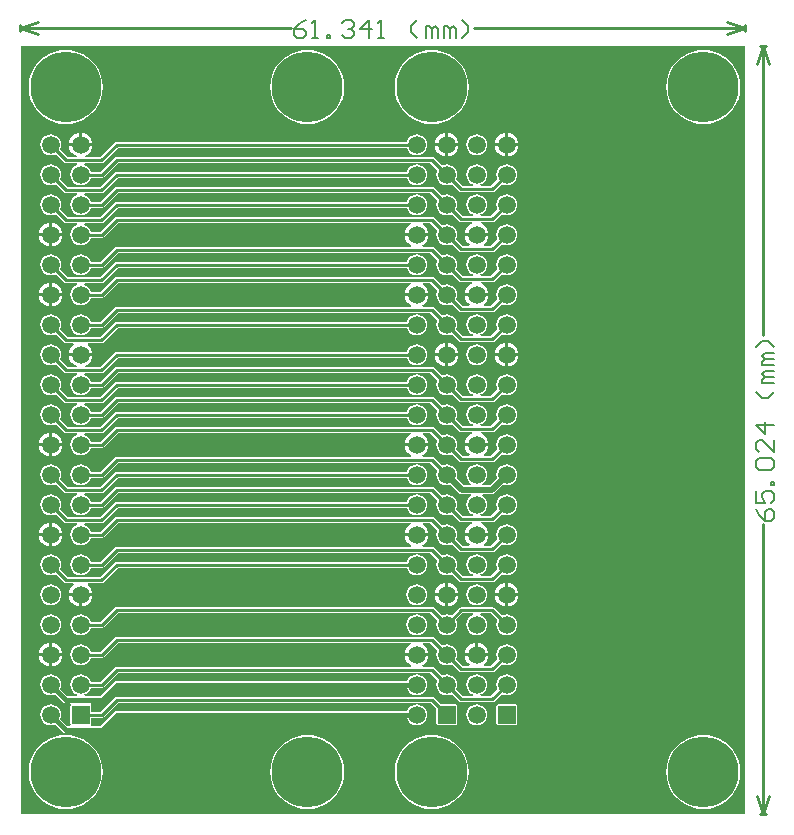
<source format=gbl>
G04 Layer_Physical_Order=2*
G04 Layer_Color=16711680*
%FSLAX44Y44*%
%MOMM*%
G71*
G01*
G75*
%ADD12C,0.2540*%
%ADD13C,0.5080*%
%ADD14C,0.1524*%
%ADD15C,6.0000*%
%ADD16R,1.5000X1.5000*%
%ADD17C,1.5000*%
%ADD18C,0.3810*%
G36*
X1674495Y659765D02*
X1061085D01*
Y1310005D01*
X1674495D01*
Y659765D01*
D02*
G37*
%LPC*%
G36*
X1471295Y855144D02*
X1469944Y854967D01*
X1467502Y853955D01*
X1465404Y852346D01*
X1463795Y850248D01*
X1462783Y847806D01*
X1462606Y846455D01*
X1471295D01*
Y855144D01*
D02*
G37*
G36*
X1420495D02*
X1419144Y854967D01*
X1416702Y853955D01*
X1414604Y852346D01*
X1412995Y850248D01*
X1411983Y847806D01*
X1411806Y846455D01*
X1420495D01*
Y855144D01*
D02*
G37*
G36*
X1423035D02*
Y846455D01*
X1431724D01*
X1431547Y847806D01*
X1430535Y850248D01*
X1428926Y852346D01*
X1426828Y853955D01*
X1424386Y854967D01*
X1423035Y855144D01*
D02*
G37*
G36*
X1396365Y879431D02*
X1394076Y879129D01*
X1391942Y878246D01*
X1390110Y876840D01*
X1388704Y875008D01*
X1387945Y873175D01*
X1142365D01*
X1141374Y872978D01*
X1140534Y872416D01*
X1127957Y859840D01*
X1100893D01*
X1094270Y866462D01*
X1095029Y868296D01*
X1095331Y870585D01*
X1095029Y872874D01*
X1094146Y875008D01*
X1092740Y876840D01*
X1090908Y878246D01*
X1088774Y879129D01*
X1086485Y879431D01*
X1084196Y879129D01*
X1082062Y878246D01*
X1080230Y876840D01*
X1078824Y875008D01*
X1077941Y872874D01*
X1077639Y870585D01*
X1077941Y868296D01*
X1078824Y866162D01*
X1080230Y864330D01*
X1082062Y862924D01*
X1084196Y862041D01*
X1086485Y861739D01*
X1088774Y862041D01*
X1090608Y862800D01*
X1097989Y855419D01*
X1098829Y854857D01*
X1099820Y854660D01*
X1105655D01*
X1106086Y853390D01*
X1104724Y852346D01*
X1103115Y850248D01*
X1102103Y847806D01*
X1101926Y846455D01*
X1111885D01*
X1121844D01*
X1121667Y847806D01*
X1120655Y850248D01*
X1119046Y852346D01*
X1117684Y853390D01*
X1118115Y854660D01*
X1129030D01*
X1130021Y854857D01*
X1130861Y855419D01*
X1143438Y867995D01*
X1387945D01*
X1388704Y866162D01*
X1390110Y864330D01*
X1391942Y862924D01*
X1394076Y862041D01*
X1396365Y861739D01*
X1398654Y862041D01*
X1400788Y862924D01*
X1402620Y864330D01*
X1404026Y866162D01*
X1404909Y868296D01*
X1405211Y870585D01*
X1404909Y872874D01*
X1404026Y875008D01*
X1402620Y876840D01*
X1400788Y878246D01*
X1398654Y879129D01*
X1396365Y879431D01*
D02*
G37*
G36*
X1473835Y855144D02*
Y846455D01*
X1482524D01*
X1482347Y847806D01*
X1481335Y850248D01*
X1479726Y852346D01*
X1477628Y853955D01*
X1475186Y854967D01*
X1473835Y855144D01*
D02*
G37*
G36*
X1482524Y843915D02*
X1473835D01*
Y835226D01*
X1475186Y835403D01*
X1477628Y836415D01*
X1479726Y838024D01*
X1481335Y840122D01*
X1482347Y842564D01*
X1482524Y843915D01*
D02*
G37*
G36*
X1431724D02*
X1423035D01*
Y835226D01*
X1424386Y835403D01*
X1426828Y836415D01*
X1428926Y838024D01*
X1430535Y840122D01*
X1431547Y842564D01*
X1431724Y843915D01*
D02*
G37*
G36*
X1086485Y854031D02*
X1084196Y853729D01*
X1082062Y852846D01*
X1080230Y851440D01*
X1078824Y849608D01*
X1077941Y847474D01*
X1077639Y845185D01*
X1077941Y842896D01*
X1078824Y840762D01*
X1080230Y838930D01*
X1082062Y837524D01*
X1084196Y836641D01*
X1086485Y836339D01*
X1088774Y836641D01*
X1090908Y837524D01*
X1092740Y838930D01*
X1094146Y840762D01*
X1095029Y842896D01*
X1095331Y845185D01*
X1095029Y847474D01*
X1094146Y849608D01*
X1092740Y851440D01*
X1090908Y852846D01*
X1088774Y853729D01*
X1086485Y854031D01*
D02*
G37*
G36*
X1447165D02*
X1444876Y853729D01*
X1442742Y852846D01*
X1440910Y851440D01*
X1439504Y849608D01*
X1438621Y847474D01*
X1438319Y845185D01*
X1438621Y842896D01*
X1439504Y840762D01*
X1440910Y838930D01*
X1442742Y837524D01*
X1444876Y836641D01*
X1447165Y836339D01*
X1449454Y836641D01*
X1451588Y837524D01*
X1453420Y838930D01*
X1454826Y840762D01*
X1455709Y842896D01*
X1456011Y845185D01*
X1455709Y847474D01*
X1454826Y849608D01*
X1453420Y851440D01*
X1451588Y852846D01*
X1449454Y853729D01*
X1447165Y854031D01*
D02*
G37*
G36*
X1396365D02*
X1394076Y853729D01*
X1391942Y852846D01*
X1390110Y851440D01*
X1388704Y849608D01*
X1387821Y847474D01*
X1387519Y845185D01*
X1387821Y842896D01*
X1388704Y840762D01*
X1390110Y838930D01*
X1391942Y837524D01*
X1394076Y836641D01*
X1396365Y836339D01*
X1398654Y836641D01*
X1400788Y837524D01*
X1402620Y838930D01*
X1404026Y840762D01*
X1404909Y842896D01*
X1405211Y845185D01*
X1404909Y847474D01*
X1404026Y849608D01*
X1402620Y851440D01*
X1400788Y852846D01*
X1398654Y853729D01*
X1396365Y854031D01*
D02*
G37*
G36*
X1406324Y970915D02*
X1396365D01*
X1386406D01*
X1386583Y969564D01*
X1387595Y967122D01*
X1389204Y965024D01*
X1391302Y963415D01*
X1391472Y963345D01*
X1391219Y962075D01*
X1142365D01*
X1141374Y961878D01*
X1140534Y961316D01*
X1128592Y949375D01*
X1120305D01*
X1119546Y951208D01*
X1118140Y953040D01*
X1116308Y954446D01*
X1114174Y955329D01*
X1111885Y955631D01*
X1109596Y955329D01*
X1107462Y954446D01*
X1105630Y953040D01*
X1104224Y951208D01*
X1103341Y949074D01*
X1103039Y946785D01*
X1103341Y944496D01*
X1104224Y942362D01*
X1105630Y940530D01*
X1107462Y939124D01*
X1109596Y938241D01*
X1111885Y937939D01*
X1114174Y938241D01*
X1116308Y939124D01*
X1118140Y940530D01*
X1119546Y942362D01*
X1120305Y944195D01*
X1129665D01*
X1130656Y944392D01*
X1131496Y944954D01*
X1143438Y956895D01*
X1407992D01*
X1413980Y950908D01*
X1413221Y949074D01*
X1412919Y946785D01*
X1413221Y944496D01*
X1414104Y942362D01*
X1415510Y940530D01*
X1417342Y939124D01*
X1419476Y938241D01*
X1421765Y937939D01*
X1424054Y938241D01*
X1424593Y938464D01*
X1431718Y931338D01*
X1432978Y930496D01*
X1434465Y930200D01*
X1442238D01*
X1442561Y929459D01*
X1442592Y928930D01*
X1440910Y927640D01*
X1439504Y925808D01*
X1438621Y923674D01*
X1438319Y921385D01*
X1438621Y919096D01*
X1439504Y916962D01*
X1440910Y915130D01*
X1442742Y913724D01*
X1444057Y913180D01*
X1443804Y911910D01*
X1434903D01*
X1429550Y917262D01*
X1430309Y919096D01*
X1430611Y921385D01*
X1430309Y923674D01*
X1429426Y925808D01*
X1428020Y927640D01*
X1426188Y929046D01*
X1424054Y929929D01*
X1421765Y930231D01*
X1419476Y929929D01*
X1417643Y929170D01*
X1410896Y935916D01*
X1410056Y936478D01*
X1409065Y936675D01*
X1142365D01*
X1141374Y936478D01*
X1140534Y935916D01*
X1128592Y923975D01*
X1120305D01*
X1119546Y925808D01*
X1118140Y927640D01*
X1116308Y929046D01*
X1114993Y929590D01*
X1115246Y930860D01*
X1129030D01*
X1130021Y931057D01*
X1130861Y931619D01*
X1143438Y944195D01*
X1387945D01*
X1388704Y942362D01*
X1390110Y940530D01*
X1391942Y939124D01*
X1394076Y938241D01*
X1396365Y937939D01*
X1398654Y938241D01*
X1400788Y939124D01*
X1402620Y940530D01*
X1404026Y942362D01*
X1404909Y944496D01*
X1405211Y946785D01*
X1404909Y949074D01*
X1404026Y951208D01*
X1402620Y953040D01*
X1400788Y954446D01*
X1398654Y955329D01*
X1396365Y955631D01*
X1394076Y955329D01*
X1391942Y954446D01*
X1390110Y953040D01*
X1388704Y951208D01*
X1387945Y949375D01*
X1142365D01*
X1141374Y949178D01*
X1140534Y948616D01*
X1127957Y936040D01*
X1100893D01*
X1094270Y942663D01*
X1095029Y944496D01*
X1095331Y946785D01*
X1095029Y949074D01*
X1094146Y951208D01*
X1092740Y953040D01*
X1090908Y954446D01*
X1088774Y955329D01*
X1086485Y955631D01*
X1084196Y955329D01*
X1082062Y954446D01*
X1080230Y953040D01*
X1078824Y951208D01*
X1077941Y949074D01*
X1077639Y946785D01*
X1077941Y944496D01*
X1078824Y942362D01*
X1080230Y940530D01*
X1082062Y939124D01*
X1084196Y938241D01*
X1086485Y937939D01*
X1088774Y938241D01*
X1090608Y939000D01*
X1097989Y931619D01*
X1098829Y931057D01*
X1099820Y930860D01*
X1108524D01*
X1108777Y929590D01*
X1107462Y929046D01*
X1105630Y927640D01*
X1104224Y925808D01*
X1103341Y923674D01*
X1103039Y921385D01*
X1103341Y919096D01*
X1104224Y916962D01*
X1105630Y915130D01*
X1107462Y913724D01*
X1109596Y912841D01*
X1111885Y912539D01*
X1114174Y912841D01*
X1116308Y913724D01*
X1118140Y915130D01*
X1119546Y916962D01*
X1120305Y918795D01*
X1129665D01*
X1130656Y918992D01*
X1131496Y919554D01*
X1143438Y931495D01*
X1407992D01*
X1413980Y925508D01*
X1413221Y923674D01*
X1412919Y921385D01*
X1413221Y919096D01*
X1414104Y916962D01*
X1415510Y915130D01*
X1417342Y913724D01*
X1419476Y912841D01*
X1421765Y912539D01*
X1424054Y912841D01*
X1425887Y913600D01*
X1431999Y907489D01*
X1432839Y906927D01*
X1433830Y906730D01*
X1443552D01*
X1443804Y905460D01*
X1442102Y904755D01*
X1440004Y903146D01*
X1438395Y901048D01*
X1437383Y898606D01*
X1437206Y897255D01*
X1447165D01*
X1457124D01*
X1456947Y898606D01*
X1455935Y901048D01*
X1454326Y903146D01*
X1452228Y904755D01*
X1450526Y905460D01*
X1450778Y906730D01*
X1460500D01*
X1461491Y906927D01*
X1462331Y907489D01*
X1468443Y913600D01*
X1470276Y912841D01*
X1472565Y912539D01*
X1474854Y912841D01*
X1476988Y913724D01*
X1478820Y915130D01*
X1480226Y916962D01*
X1481109Y919096D01*
X1481411Y921385D01*
X1481109Y923674D01*
X1480226Y925808D01*
X1478820Y927640D01*
X1476988Y929046D01*
X1474854Y929929D01*
X1472565Y930231D01*
X1470276Y929929D01*
X1468142Y929046D01*
X1466310Y927640D01*
X1464904Y925808D01*
X1464021Y923674D01*
X1463719Y921385D01*
X1464021Y919096D01*
X1464780Y917262D01*
X1459427Y911910D01*
X1450526D01*
X1450273Y913180D01*
X1451588Y913724D01*
X1453420Y915130D01*
X1454826Y916962D01*
X1455709Y919096D01*
X1456011Y921385D01*
X1455709Y923674D01*
X1454826Y925808D01*
X1453420Y927640D01*
X1451738Y928930D01*
X1451769Y929459D01*
X1452092Y930200D01*
X1459865D01*
X1461352Y930496D01*
X1462612Y931338D01*
X1469737Y938464D01*
X1470276Y938241D01*
X1472565Y937939D01*
X1474854Y938241D01*
X1476988Y939124D01*
X1478820Y940530D01*
X1480226Y942362D01*
X1481109Y944496D01*
X1481411Y946785D01*
X1481109Y949074D01*
X1480226Y951208D01*
X1478820Y953040D01*
X1476988Y954446D01*
X1474854Y955329D01*
X1472565Y955631D01*
X1470276Y955329D01*
X1468142Y954446D01*
X1466310Y953040D01*
X1464904Y951208D01*
X1464021Y949074D01*
X1463719Y946785D01*
X1464021Y944496D01*
X1464244Y943957D01*
X1458256Y937970D01*
X1452092D01*
X1451769Y938711D01*
X1451738Y939240D01*
X1453420Y940530D01*
X1454826Y942362D01*
X1455709Y944496D01*
X1456011Y946785D01*
X1455709Y949074D01*
X1454826Y951208D01*
X1453420Y953040D01*
X1451588Y954446D01*
X1449454Y955329D01*
X1447165Y955631D01*
X1444876Y955329D01*
X1442742Y954446D01*
X1440910Y953040D01*
X1439504Y951208D01*
X1438621Y949074D01*
X1438319Y946785D01*
X1438621Y944496D01*
X1439504Y942362D01*
X1440910Y940530D01*
X1442592Y939240D01*
X1442561Y938711D01*
X1442238Y937970D01*
X1436074D01*
X1430086Y943957D01*
X1430309Y944496D01*
X1430611Y946785D01*
X1430309Y949074D01*
X1429426Y951208D01*
X1428020Y953040D01*
X1426188Y954446D01*
X1424054Y955329D01*
X1421765Y955631D01*
X1419476Y955329D01*
X1417643Y954570D01*
X1410896Y961316D01*
X1410056Y961878D01*
X1409065Y962075D01*
X1401511D01*
X1401259Y963345D01*
X1401428Y963415D01*
X1403526Y965024D01*
X1405135Y967122D01*
X1406147Y969564D01*
X1406324Y970915D01*
D02*
G37*
G36*
X1396365Y930231D02*
X1394076Y929929D01*
X1391942Y929046D01*
X1390110Y927640D01*
X1388704Y925808D01*
X1387945Y923975D01*
X1142365D01*
X1141374Y923778D01*
X1140534Y923216D01*
X1127957Y910640D01*
X1100893D01*
X1094270Y917262D01*
X1095029Y919096D01*
X1095331Y921385D01*
X1095029Y923674D01*
X1094146Y925808D01*
X1092740Y927640D01*
X1090908Y929046D01*
X1088774Y929929D01*
X1086485Y930231D01*
X1084196Y929929D01*
X1082062Y929046D01*
X1080230Y927640D01*
X1078824Y925808D01*
X1077941Y923674D01*
X1077639Y921385D01*
X1077941Y919096D01*
X1078824Y916962D01*
X1080230Y915130D01*
X1082062Y913724D01*
X1084196Y912841D01*
X1086485Y912539D01*
X1088774Y912841D01*
X1090608Y913600D01*
X1097989Y906219D01*
X1098829Y905657D01*
X1099820Y905460D01*
X1108524D01*
X1108777Y904190D01*
X1107462Y903646D01*
X1105630Y902240D01*
X1104224Y900408D01*
X1103341Y898274D01*
X1103039Y895985D01*
X1103341Y893696D01*
X1104224Y891562D01*
X1105630Y889730D01*
X1107462Y888324D01*
X1109596Y887441D01*
X1111885Y887139D01*
X1114174Y887441D01*
X1116308Y888324D01*
X1118140Y889730D01*
X1119546Y891562D01*
X1120305Y893395D01*
X1129665D01*
X1130656Y893592D01*
X1131496Y894154D01*
X1143438Y906095D01*
X1391219D01*
X1391472Y904825D01*
X1391302Y904755D01*
X1389204Y903146D01*
X1387595Y901048D01*
X1386583Y898606D01*
X1386406Y897255D01*
X1396365D01*
X1406324D01*
X1406147Y898606D01*
X1405135Y901048D01*
X1403526Y903146D01*
X1401428Y904755D01*
X1401259Y904825D01*
X1401511Y906095D01*
X1407992D01*
X1413980Y900107D01*
X1413221Y898274D01*
X1412919Y895985D01*
X1413221Y893696D01*
X1414104Y891562D01*
X1415510Y889730D01*
X1417342Y888324D01*
X1419476Y887441D01*
X1421765Y887139D01*
X1424054Y887441D01*
X1425887Y888200D01*
X1431999Y882089D01*
X1432839Y881527D01*
X1433830Y881330D01*
X1460500D01*
X1461491Y881527D01*
X1462331Y882089D01*
X1468443Y888200D01*
X1470276Y887441D01*
X1472565Y887139D01*
X1474854Y887441D01*
X1476988Y888324D01*
X1478820Y889730D01*
X1480226Y891562D01*
X1481109Y893696D01*
X1481411Y895985D01*
X1481109Y898274D01*
X1480226Y900408D01*
X1478820Y902240D01*
X1476988Y903646D01*
X1474854Y904529D01*
X1472565Y904831D01*
X1470276Y904529D01*
X1468142Y903646D01*
X1466310Y902240D01*
X1464904Y900408D01*
X1464021Y898274D01*
X1463719Y895985D01*
X1464021Y893696D01*
X1464780Y891862D01*
X1459427Y886510D01*
X1453395D01*
X1452964Y887780D01*
X1454326Y888824D01*
X1455935Y890922D01*
X1456947Y893364D01*
X1457124Y894715D01*
X1447165D01*
X1437206D01*
X1437383Y893364D01*
X1438395Y890922D01*
X1440004Y888824D01*
X1441366Y887780D01*
X1440935Y886510D01*
X1434903D01*
X1429550Y891862D01*
X1430309Y893696D01*
X1430611Y895985D01*
X1430309Y898274D01*
X1429426Y900408D01*
X1428020Y902240D01*
X1426188Y903646D01*
X1424054Y904529D01*
X1421765Y904831D01*
X1419476Y904529D01*
X1417643Y903770D01*
X1410896Y910516D01*
X1410056Y911078D01*
X1409065Y911275D01*
X1142365D01*
X1141374Y911078D01*
X1140534Y910516D01*
X1128592Y898575D01*
X1120305D01*
X1119546Y900408D01*
X1118140Y902240D01*
X1116308Y903646D01*
X1114993Y904190D01*
X1115246Y905460D01*
X1129030D01*
X1130021Y905657D01*
X1130861Y906219D01*
X1143438Y918795D01*
X1387945D01*
X1388704Y916962D01*
X1390110Y915130D01*
X1391942Y913724D01*
X1394076Y912841D01*
X1396365Y912539D01*
X1398654Y912841D01*
X1400788Y913724D01*
X1402620Y915130D01*
X1404026Y916962D01*
X1404909Y919096D01*
X1405211Y921385D01*
X1404909Y923674D01*
X1404026Y925808D01*
X1402620Y927640D01*
X1400788Y929046D01*
X1398654Y929929D01*
X1396365Y930231D01*
D02*
G37*
G36*
X1085215Y970915D02*
X1076526D01*
X1076703Y969564D01*
X1077715Y967122D01*
X1079324Y965024D01*
X1081422Y963415D01*
X1083864Y962403D01*
X1085215Y962226D01*
Y970915D01*
D02*
G37*
G36*
Y982144D02*
X1083864Y981967D01*
X1081422Y980955D01*
X1079324Y979346D01*
X1077715Y977248D01*
X1076703Y974806D01*
X1076526Y973455D01*
X1085215D01*
Y982144D01*
D02*
G37*
G36*
X1096444Y970915D02*
X1087755D01*
Y962226D01*
X1089106Y962403D01*
X1091548Y963415D01*
X1093646Y965024D01*
X1095255Y967122D01*
X1096267Y969564D01*
X1096444Y970915D01*
D02*
G37*
G36*
X1085215Y894715D02*
X1076526D01*
X1076703Y893364D01*
X1077715Y890922D01*
X1079324Y888824D01*
X1081422Y887215D01*
X1083864Y886203D01*
X1085215Y886026D01*
Y894715D01*
D02*
G37*
G36*
X1406324D02*
X1396365D01*
X1386406D01*
X1386583Y893364D01*
X1387595Y890922D01*
X1389204Y888824D01*
X1391302Y887215D01*
X1391472Y887145D01*
X1391219Y885875D01*
X1142365D01*
X1141374Y885678D01*
X1140534Y885116D01*
X1128592Y873175D01*
X1120305D01*
X1119546Y875008D01*
X1118140Y876840D01*
X1116308Y878246D01*
X1114174Y879129D01*
X1111885Y879431D01*
X1109596Y879129D01*
X1107462Y878246D01*
X1105630Y876840D01*
X1104224Y875008D01*
X1103341Y872874D01*
X1103039Y870585D01*
X1103341Y868296D01*
X1104224Y866162D01*
X1105630Y864330D01*
X1107462Y862924D01*
X1109596Y862041D01*
X1111885Y861739D01*
X1114174Y862041D01*
X1116308Y862924D01*
X1118140Y864330D01*
X1119546Y866162D01*
X1120305Y867995D01*
X1129665D01*
X1130656Y868192D01*
X1131496Y868754D01*
X1143438Y880695D01*
X1407992D01*
X1413980Y874707D01*
X1413221Y872874D01*
X1412919Y870585D01*
X1413221Y868296D01*
X1414104Y866162D01*
X1415510Y864330D01*
X1417342Y862924D01*
X1419476Y862041D01*
X1421765Y861739D01*
X1424054Y862041D01*
X1425887Y862800D01*
X1431999Y856689D01*
X1432839Y856127D01*
X1433830Y855930D01*
X1460500D01*
X1461491Y856127D01*
X1462331Y856689D01*
X1468443Y862800D01*
X1470276Y862041D01*
X1472565Y861739D01*
X1474854Y862041D01*
X1476988Y862924D01*
X1478820Y864330D01*
X1480226Y866162D01*
X1481109Y868296D01*
X1481411Y870585D01*
X1481109Y872874D01*
X1480226Y875008D01*
X1478820Y876840D01*
X1476988Y878246D01*
X1474854Y879129D01*
X1472565Y879431D01*
X1470276Y879129D01*
X1468142Y878246D01*
X1466310Y876840D01*
X1464904Y875008D01*
X1464021Y872874D01*
X1463719Y870585D01*
X1464021Y868296D01*
X1464780Y866462D01*
X1459427Y861110D01*
X1450526D01*
X1450273Y862380D01*
X1451588Y862924D01*
X1453420Y864330D01*
X1454826Y866162D01*
X1455709Y868296D01*
X1456011Y870585D01*
X1455709Y872874D01*
X1454826Y875008D01*
X1453420Y876840D01*
X1451588Y878246D01*
X1449454Y879129D01*
X1447165Y879431D01*
X1444876Y879129D01*
X1442742Y878246D01*
X1440910Y876840D01*
X1439504Y875008D01*
X1438621Y872874D01*
X1438319Y870585D01*
X1438621Y868296D01*
X1439504Y866162D01*
X1440910Y864330D01*
X1442742Y862924D01*
X1444057Y862380D01*
X1443804Y861110D01*
X1434903D01*
X1429550Y866462D01*
X1430309Y868296D01*
X1430611Y870585D01*
X1430309Y872874D01*
X1429426Y875008D01*
X1428020Y876840D01*
X1426188Y878246D01*
X1424054Y879129D01*
X1421765Y879431D01*
X1419476Y879129D01*
X1417643Y878370D01*
X1410896Y885116D01*
X1410056Y885678D01*
X1409065Y885875D01*
X1401511D01*
X1401259Y887145D01*
X1401428Y887215D01*
X1403526Y888824D01*
X1405135Y890922D01*
X1406147Y893364D01*
X1406324Y894715D01*
D02*
G37*
G36*
X1096444D02*
X1087755D01*
Y886026D01*
X1089106Y886203D01*
X1091548Y887215D01*
X1093646Y888824D01*
X1095255Y890922D01*
X1096267Y893364D01*
X1096444Y894715D01*
D02*
G37*
G36*
X1087755Y905944D02*
Y897255D01*
X1096444D01*
X1096267Y898606D01*
X1095255Y901048D01*
X1093646Y903146D01*
X1091548Y904755D01*
X1089106Y905767D01*
X1087755Y905944D01*
D02*
G37*
G36*
X1085215D02*
X1083864Y905767D01*
X1081422Y904755D01*
X1079324Y903146D01*
X1077715Y901048D01*
X1076703Y898606D01*
X1076526Y897255D01*
X1085215D01*
Y905944D01*
D02*
G37*
G36*
X1121844Y843915D02*
X1113155D01*
Y835226D01*
X1114506Y835403D01*
X1116948Y836415D01*
X1119046Y838024D01*
X1120655Y840122D01*
X1121667Y842564D01*
X1121844Y843915D01*
D02*
G37*
G36*
X1406324Y793115D02*
X1396365D01*
X1386406D01*
X1386583Y791764D01*
X1387595Y789322D01*
X1389204Y787224D01*
X1391302Y785615D01*
X1391472Y785545D01*
X1391219Y784275D01*
X1142365D01*
X1141374Y784078D01*
X1140534Y783516D01*
X1128592Y771575D01*
X1120305D01*
X1119546Y773408D01*
X1118140Y775240D01*
X1116308Y776646D01*
X1114174Y777529D01*
X1111885Y777831D01*
X1109596Y777529D01*
X1107462Y776646D01*
X1105630Y775240D01*
X1104224Y773408D01*
X1103341Y771274D01*
X1103039Y768985D01*
X1103341Y766696D01*
X1104224Y764562D01*
X1105630Y762730D01*
X1107462Y761324D01*
X1108747Y760792D01*
X1108494Y759522D01*
X1100526D01*
X1094538Y765510D01*
X1095029Y766696D01*
X1095331Y768985D01*
X1095029Y771274D01*
X1094146Y773408D01*
X1092740Y775240D01*
X1090908Y776646D01*
X1088774Y777529D01*
X1086485Y777831D01*
X1084196Y777529D01*
X1082062Y776646D01*
X1080230Y775240D01*
X1078824Y773408D01*
X1077941Y771274D01*
X1077639Y768985D01*
X1077941Y766696D01*
X1078824Y764562D01*
X1080230Y762730D01*
X1082062Y761324D01*
X1084196Y760441D01*
X1086485Y760139D01*
X1088774Y760441D01*
X1089960Y760932D01*
X1096896Y753996D01*
X1097946Y753294D01*
X1099185Y753048D01*
X1102744D01*
X1103297Y751778D01*
X1103010Y751085D01*
Y736085D01*
X1103297Y735392D01*
X1102744Y734122D01*
X1100526D01*
X1094538Y740110D01*
X1095029Y741296D01*
X1095331Y743585D01*
X1095029Y745874D01*
X1094146Y748008D01*
X1092740Y749840D01*
X1090908Y751246D01*
X1088774Y752129D01*
X1086485Y752431D01*
X1084196Y752129D01*
X1082062Y751246D01*
X1080230Y749840D01*
X1078824Y748008D01*
X1077941Y745874D01*
X1077639Y743585D01*
X1077941Y741296D01*
X1078824Y739162D01*
X1080230Y737330D01*
X1082062Y735924D01*
X1084196Y735041D01*
X1086485Y734739D01*
X1088774Y735041D01*
X1089960Y735532D01*
X1096896Y728596D01*
X1097946Y727894D01*
X1099185Y727648D01*
X1129665D01*
X1130904Y727894D01*
X1131954Y728596D01*
X1143706Y740348D01*
X1388213D01*
X1388704Y739162D01*
X1390110Y737330D01*
X1391942Y735924D01*
X1394076Y735041D01*
X1396365Y734739D01*
X1398654Y735041D01*
X1400788Y735924D01*
X1402620Y737330D01*
X1404026Y739162D01*
X1404909Y741296D01*
X1405211Y743585D01*
X1404909Y745874D01*
X1404026Y748008D01*
X1402620Y749840D01*
X1400788Y751246D01*
X1398654Y752129D01*
X1396365Y752431D01*
X1394076Y752129D01*
X1391942Y751246D01*
X1390110Y749840D01*
X1388704Y748008D01*
X1388213Y746822D01*
X1142365D01*
X1141126Y746576D01*
X1140076Y745874D01*
X1128324Y734122D01*
X1121026D01*
X1120473Y735392D01*
X1120760Y736085D01*
Y740995D01*
X1129665D01*
X1130656Y741192D01*
X1131496Y741754D01*
X1143438Y753695D01*
X1407992D01*
X1412890Y748797D01*
Y736085D01*
X1413293Y735113D01*
X1414265Y734710D01*
X1429265D01*
X1430237Y735113D01*
X1430640Y736085D01*
Y751085D01*
X1430237Y752057D01*
X1429265Y752460D01*
X1416553D01*
X1410896Y758116D01*
X1410056Y758678D01*
X1409065Y758875D01*
X1142365D01*
X1141374Y758678D01*
X1140534Y758116D01*
X1128592Y746175D01*
X1120760D01*
Y751085D01*
X1120473Y751778D01*
X1121026Y753048D01*
X1129665D01*
X1130904Y753294D01*
X1131954Y753996D01*
X1143706Y765748D01*
X1388213D01*
X1388704Y764562D01*
X1390110Y762730D01*
X1391942Y761324D01*
X1394076Y760441D01*
X1396365Y760139D01*
X1398654Y760441D01*
X1400788Y761324D01*
X1402620Y762730D01*
X1404026Y764562D01*
X1404909Y766696D01*
X1405211Y768985D01*
X1404909Y771274D01*
X1404026Y773408D01*
X1402620Y775240D01*
X1400788Y776646D01*
X1398654Y777529D01*
X1396365Y777831D01*
X1394076Y777529D01*
X1391942Y776646D01*
X1390110Y775240D01*
X1388704Y773408D01*
X1388213Y772222D01*
X1142365D01*
X1141126Y771976D01*
X1140076Y771274D01*
X1128324Y759522D01*
X1115275D01*
X1115023Y760792D01*
X1116308Y761324D01*
X1118140Y762730D01*
X1119546Y764562D01*
X1120305Y766395D01*
X1129665D01*
X1130656Y766592D01*
X1131496Y767154D01*
X1143438Y779095D01*
X1407992D01*
X1413980Y773108D01*
X1413221Y771274D01*
X1412919Y768985D01*
X1413221Y766696D01*
X1414104Y764562D01*
X1415510Y762730D01*
X1417342Y761324D01*
X1419476Y760441D01*
X1421765Y760139D01*
X1424054Y760441D01*
X1425887Y761200D01*
X1431999Y755089D01*
X1432839Y754527D01*
X1433830Y754330D01*
X1460500D01*
X1461491Y754527D01*
X1462331Y755089D01*
X1468443Y761200D01*
X1470276Y760441D01*
X1472565Y760139D01*
X1474854Y760441D01*
X1476988Y761324D01*
X1478820Y762730D01*
X1480226Y764562D01*
X1481109Y766696D01*
X1481411Y768985D01*
X1481109Y771274D01*
X1480226Y773408D01*
X1478820Y775240D01*
X1476988Y776646D01*
X1474854Y777529D01*
X1472565Y777831D01*
X1470276Y777529D01*
X1468142Y776646D01*
X1466310Y775240D01*
X1464904Y773408D01*
X1464021Y771274D01*
X1463719Y768985D01*
X1464021Y766696D01*
X1464780Y764863D01*
X1459427Y759510D01*
X1450526D01*
X1450273Y760780D01*
X1451588Y761324D01*
X1453420Y762730D01*
X1454826Y764562D01*
X1455709Y766696D01*
X1456011Y768985D01*
X1455709Y771274D01*
X1454826Y773408D01*
X1453420Y775240D01*
X1451588Y776646D01*
X1449454Y777529D01*
X1447165Y777831D01*
X1444876Y777529D01*
X1442742Y776646D01*
X1440910Y775240D01*
X1439504Y773408D01*
X1438621Y771274D01*
X1438319Y768985D01*
X1438621Y766696D01*
X1439504Y764562D01*
X1440910Y762730D01*
X1442742Y761324D01*
X1444057Y760780D01*
X1443804Y759510D01*
X1434903D01*
X1429550Y764863D01*
X1430309Y766696D01*
X1430611Y768985D01*
X1430309Y771274D01*
X1429426Y773408D01*
X1428020Y775240D01*
X1426188Y776646D01*
X1424054Y777529D01*
X1421765Y777831D01*
X1419476Y777529D01*
X1417643Y776770D01*
X1410896Y783516D01*
X1410056Y784078D01*
X1409065Y784275D01*
X1401511D01*
X1401259Y785545D01*
X1401428Y785615D01*
X1403526Y787224D01*
X1405135Y789322D01*
X1406147Y791764D01*
X1406324Y793115D01*
D02*
G37*
G36*
X1447165Y752431D02*
X1444876Y752129D01*
X1442742Y751246D01*
X1440910Y749840D01*
X1439504Y748008D01*
X1438621Y745874D01*
X1438319Y743585D01*
X1438621Y741296D01*
X1439504Y739162D01*
X1440910Y737330D01*
X1442742Y735924D01*
X1444876Y735041D01*
X1447165Y734739D01*
X1449454Y735041D01*
X1451588Y735924D01*
X1453420Y737330D01*
X1454826Y739162D01*
X1455709Y741296D01*
X1456011Y743585D01*
X1455709Y745874D01*
X1454826Y748008D01*
X1453420Y749840D01*
X1451588Y751246D01*
X1449454Y752129D01*
X1447165Y752431D01*
D02*
G37*
G36*
X1085215Y793115D02*
X1076526D01*
X1076703Y791764D01*
X1077715Y789322D01*
X1079324Y787224D01*
X1081422Y785615D01*
X1083864Y784603D01*
X1085215Y784426D01*
Y793115D01*
D02*
G37*
G36*
X1409065Y809675D02*
X1142365D01*
X1141374Y809478D01*
X1140534Y808916D01*
X1128592Y796975D01*
X1120305D01*
X1119546Y798808D01*
X1118140Y800640D01*
X1116308Y802046D01*
X1114174Y802929D01*
X1111885Y803231D01*
X1109596Y802929D01*
X1107462Y802046D01*
X1105630Y800640D01*
X1104224Y798808D01*
X1103341Y796674D01*
X1103039Y794385D01*
X1103341Y792096D01*
X1104224Y789962D01*
X1105630Y788130D01*
X1107462Y786724D01*
X1109596Y785841D01*
X1111885Y785539D01*
X1114174Y785841D01*
X1116308Y786724D01*
X1118140Y788130D01*
X1119546Y789962D01*
X1120305Y791795D01*
X1129665D01*
X1130656Y791992D01*
X1131496Y792554D01*
X1143438Y804495D01*
X1391219D01*
X1391472Y803225D01*
X1391302Y803155D01*
X1389204Y801546D01*
X1387595Y799448D01*
X1386583Y797006D01*
X1386406Y795655D01*
X1396365D01*
X1406324D01*
X1406147Y797006D01*
X1405135Y799448D01*
X1403526Y801546D01*
X1401428Y803155D01*
X1401259Y803225D01*
X1401511Y804495D01*
X1407992D01*
X1413980Y798508D01*
X1413221Y796674D01*
X1412919Y794385D01*
X1413221Y792096D01*
X1414104Y789962D01*
X1415510Y788130D01*
X1417342Y786724D01*
X1419476Y785841D01*
X1421765Y785539D01*
X1424054Y785841D01*
X1425887Y786600D01*
X1431999Y780489D01*
X1432839Y779927D01*
X1433830Y779730D01*
X1460500D01*
X1461491Y779927D01*
X1462331Y780489D01*
X1468443Y786600D01*
X1470276Y785841D01*
X1472565Y785539D01*
X1474854Y785841D01*
X1476988Y786724D01*
X1478820Y788130D01*
X1480226Y789962D01*
X1481109Y792096D01*
X1481411Y794385D01*
X1481109Y796674D01*
X1480226Y798808D01*
X1478820Y800640D01*
X1476988Y802046D01*
X1474854Y802929D01*
X1472565Y803231D01*
X1470276Y802929D01*
X1468142Y802046D01*
X1466310Y800640D01*
X1464904Y798808D01*
X1464021Y796674D01*
X1463719Y794385D01*
X1464021Y792096D01*
X1464780Y790263D01*
X1459427Y784910D01*
X1453395D01*
X1452964Y786180D01*
X1454326Y787224D01*
X1455935Y789322D01*
X1456947Y791764D01*
X1457124Y793115D01*
X1447165D01*
X1437206D01*
X1437383Y791764D01*
X1438395Y789322D01*
X1440004Y787224D01*
X1441366Y786180D01*
X1440935Y784910D01*
X1434903D01*
X1429550Y790263D01*
X1430309Y792096D01*
X1430611Y794385D01*
X1430309Y796674D01*
X1429426Y798808D01*
X1428020Y800640D01*
X1426188Y802046D01*
X1424054Y802929D01*
X1421765Y803231D01*
X1419476Y802929D01*
X1417643Y802170D01*
X1410896Y808916D01*
X1410056Y809478D01*
X1409065Y809675D01*
D02*
G37*
G36*
X1096444Y793115D02*
X1087755D01*
Y784426D01*
X1089106Y784603D01*
X1091548Y785615D01*
X1093646Y787224D01*
X1095255Y789322D01*
X1096267Y791764D01*
X1096444Y793115D01*
D02*
G37*
G36*
X1303784Y726312D02*
X1298878Y725926D01*
X1294092Y724777D01*
X1289544Y722893D01*
X1285348Y720321D01*
X1281605Y717125D01*
X1278408Y713382D01*
X1275837Y709185D01*
X1273953Y704638D01*
X1272804Y699852D01*
X1272418Y694945D01*
X1272804Y690038D01*
X1273953Y685252D01*
X1275837Y680705D01*
X1278408Y676508D01*
X1281605Y672766D01*
X1285348Y669569D01*
X1289544Y666997D01*
X1294092Y665114D01*
X1298878Y663965D01*
X1303784Y663578D01*
X1308691Y663965D01*
X1313477Y665114D01*
X1318025Y666997D01*
X1322221Y669569D01*
X1325964Y672766D01*
X1329161Y676508D01*
X1331732Y680705D01*
X1333616Y685252D01*
X1334765Y690038D01*
X1335151Y694945D01*
X1334765Y699852D01*
X1333616Y704638D01*
X1331732Y709185D01*
X1329161Y713382D01*
X1325964Y717125D01*
X1322221Y720321D01*
X1318025Y722893D01*
X1313477Y724777D01*
X1308691Y725926D01*
X1303784Y726312D01*
D02*
G37*
G36*
X1099185D02*
X1094278Y725926D01*
X1089492Y724777D01*
X1084945Y722893D01*
X1080748Y720321D01*
X1077005Y717125D01*
X1073809Y713382D01*
X1071237Y709185D01*
X1069354Y704638D01*
X1068204Y699852D01*
X1067818Y694945D01*
X1068204Y690038D01*
X1069354Y685252D01*
X1071237Y680705D01*
X1073809Y676508D01*
X1077005Y672766D01*
X1080748Y669569D01*
X1084945Y666997D01*
X1089492Y665114D01*
X1094278Y663965D01*
X1099185Y663578D01*
X1104092Y663965D01*
X1108878Y665114D01*
X1113425Y666997D01*
X1117622Y669569D01*
X1121365Y672766D01*
X1124561Y676508D01*
X1127133Y680705D01*
X1129016Y685252D01*
X1130165Y690038D01*
X1130552Y694945D01*
X1130165Y699852D01*
X1129016Y704638D01*
X1127133Y709185D01*
X1124561Y713382D01*
X1121365Y717125D01*
X1117622Y720321D01*
X1113425Y722893D01*
X1108878Y724777D01*
X1104092Y725926D01*
X1099185Y726312D01*
D02*
G37*
G36*
X1409065D02*
X1404158Y725926D01*
X1399372Y724777D01*
X1394825Y722893D01*
X1390628Y720321D01*
X1386885Y717125D01*
X1383689Y713382D01*
X1381117Y709185D01*
X1379234Y704638D01*
X1378085Y699852D01*
X1377698Y694945D01*
X1378085Y690038D01*
X1379234Y685252D01*
X1381117Y680705D01*
X1383689Y676508D01*
X1386885Y672766D01*
X1390628Y669569D01*
X1394825Y666997D01*
X1399372Y665114D01*
X1404158Y663965D01*
X1409065Y663578D01*
X1413972Y663965D01*
X1418758Y665114D01*
X1423305Y666997D01*
X1427502Y669569D01*
X1431245Y672766D01*
X1434441Y676508D01*
X1437013Y680705D01*
X1438896Y685252D01*
X1440045Y690038D01*
X1440432Y694945D01*
X1440045Y699852D01*
X1438896Y704638D01*
X1437013Y709185D01*
X1434441Y713382D01*
X1431245Y717125D01*
X1427502Y720321D01*
X1423305Y722893D01*
X1418758Y724777D01*
X1413972Y725926D01*
X1409065Y726312D01*
D02*
G37*
G36*
X1480065Y752460D02*
X1465065D01*
X1464093Y752057D01*
X1463690Y751085D01*
Y736085D01*
X1464093Y735113D01*
X1465065Y734710D01*
X1480065D01*
X1481037Y735113D01*
X1481440Y736085D01*
Y751085D01*
X1481037Y752057D01*
X1480065Y752460D01*
D02*
G37*
G36*
X1639064Y726312D02*
X1634158Y725926D01*
X1629372Y724777D01*
X1624824Y722893D01*
X1620628Y720321D01*
X1616885Y717125D01*
X1613688Y713382D01*
X1611117Y709185D01*
X1609233Y704638D01*
X1608084Y699852D01*
X1607698Y694945D01*
X1608084Y690038D01*
X1609233Y685252D01*
X1611117Y680705D01*
X1613688Y676508D01*
X1616885Y672766D01*
X1620628Y669569D01*
X1624824Y666997D01*
X1629372Y665114D01*
X1634158Y663965D01*
X1639064Y663578D01*
X1643971Y663965D01*
X1648757Y665114D01*
X1653305Y666997D01*
X1657501Y669569D01*
X1661244Y672766D01*
X1664441Y676508D01*
X1667012Y680705D01*
X1668896Y685252D01*
X1670045Y690038D01*
X1670431Y694945D01*
X1670045Y699852D01*
X1668896Y704638D01*
X1667012Y709185D01*
X1664441Y713382D01*
X1661244Y717125D01*
X1657501Y720321D01*
X1653305Y722893D01*
X1648757Y724777D01*
X1643971Y725926D01*
X1639064Y726312D01*
D02*
G37*
G36*
X1409065Y835075D02*
X1142365D01*
X1141374Y834878D01*
X1140534Y834316D01*
X1128592Y822375D01*
X1120305D01*
X1119546Y824208D01*
X1118140Y826040D01*
X1116308Y827446D01*
X1114174Y828329D01*
X1111885Y828631D01*
X1109596Y828329D01*
X1107462Y827446D01*
X1105630Y826040D01*
X1104224Y824208D01*
X1103341Y822074D01*
X1103039Y819785D01*
X1103341Y817496D01*
X1104224Y815362D01*
X1105630Y813530D01*
X1107462Y812124D01*
X1109596Y811241D01*
X1111885Y810939D01*
X1114174Y811241D01*
X1116308Y812124D01*
X1118140Y813530D01*
X1119546Y815362D01*
X1120305Y817195D01*
X1129665D01*
X1130656Y817392D01*
X1131496Y817954D01*
X1143438Y829895D01*
X1407992D01*
X1413980Y823907D01*
X1413221Y822074D01*
X1412919Y819785D01*
X1413221Y817496D01*
X1414104Y815362D01*
X1415510Y813530D01*
X1417342Y812124D01*
X1419476Y811241D01*
X1421765Y810939D01*
X1424054Y811241D01*
X1426188Y812124D01*
X1428020Y813530D01*
X1429426Y815362D01*
X1430309Y817496D01*
X1430611Y819785D01*
X1430309Y822074D01*
X1429550Y823907D01*
X1434903Y829260D01*
X1443804D01*
X1444057Y827990D01*
X1442742Y827446D01*
X1440910Y826040D01*
X1439504Y824208D01*
X1438621Y822074D01*
X1438319Y819785D01*
X1438621Y817496D01*
X1439504Y815362D01*
X1440910Y813530D01*
X1442742Y812124D01*
X1444876Y811241D01*
X1447165Y810939D01*
X1449454Y811241D01*
X1451588Y812124D01*
X1453420Y813530D01*
X1454826Y815362D01*
X1455709Y817496D01*
X1456011Y819785D01*
X1455709Y822074D01*
X1454826Y824208D01*
X1453420Y826040D01*
X1451588Y827446D01*
X1450273Y827990D01*
X1450526Y829260D01*
X1459427D01*
X1464780Y823907D01*
X1464021Y822074D01*
X1463719Y819785D01*
X1464021Y817496D01*
X1464904Y815362D01*
X1466310Y813530D01*
X1468142Y812124D01*
X1470276Y811241D01*
X1472565Y810939D01*
X1474854Y811241D01*
X1476988Y812124D01*
X1478820Y813530D01*
X1480226Y815362D01*
X1481109Y817496D01*
X1481411Y819785D01*
X1481109Y822074D01*
X1480226Y824208D01*
X1478820Y826040D01*
X1476988Y827446D01*
X1474854Y828329D01*
X1472565Y828631D01*
X1470276Y828329D01*
X1468443Y827570D01*
X1462331Y833681D01*
X1461491Y834243D01*
X1460500Y834440D01*
X1433830D01*
X1432839Y834243D01*
X1431999Y833681D01*
X1425887Y827570D01*
X1424054Y828329D01*
X1421765Y828631D01*
X1419476Y828329D01*
X1417643Y827570D01*
X1410896Y834316D01*
X1410056Y834878D01*
X1409065Y835075D01*
D02*
G37*
G36*
X1396365Y828631D02*
X1394076Y828329D01*
X1391942Y827446D01*
X1390110Y826040D01*
X1388704Y824208D01*
X1387821Y822074D01*
X1387519Y819785D01*
X1387821Y817496D01*
X1388704Y815362D01*
X1390110Y813530D01*
X1391942Y812124D01*
X1394076Y811241D01*
X1396365Y810939D01*
X1398654Y811241D01*
X1400788Y812124D01*
X1402620Y813530D01*
X1404026Y815362D01*
X1404909Y817496D01*
X1405211Y819785D01*
X1404909Y822074D01*
X1404026Y824208D01*
X1402620Y826040D01*
X1400788Y827446D01*
X1398654Y828329D01*
X1396365Y828631D01*
D02*
G37*
G36*
X1420495Y843915D02*
X1411806D01*
X1411983Y842564D01*
X1412995Y840122D01*
X1414604Y838024D01*
X1416702Y836415D01*
X1419144Y835403D01*
X1420495Y835226D01*
Y843915D01*
D02*
G37*
G36*
X1471295D02*
X1462606D01*
X1462783Y842564D01*
X1463795Y840122D01*
X1465404Y838024D01*
X1467502Y836415D01*
X1469944Y835403D01*
X1471295Y835226D01*
Y843915D01*
D02*
G37*
G36*
X1110615D02*
X1101926D01*
X1102103Y842564D01*
X1103115Y840122D01*
X1104724Y838024D01*
X1106822Y836415D01*
X1109264Y835403D01*
X1110615Y835226D01*
Y843915D01*
D02*
G37*
G36*
X1445895Y804344D02*
X1444544Y804167D01*
X1442102Y803155D01*
X1440004Y801546D01*
X1438395Y799448D01*
X1437383Y797006D01*
X1437206Y795655D01*
X1445895D01*
Y804344D01*
D02*
G37*
G36*
X1085215D02*
X1083864Y804167D01*
X1081422Y803155D01*
X1079324Y801546D01*
X1077715Y799448D01*
X1076703Y797006D01*
X1076526Y795655D01*
X1085215D01*
Y804344D01*
D02*
G37*
G36*
X1087755D02*
Y795655D01*
X1096444D01*
X1096267Y797006D01*
X1095255Y799448D01*
X1093646Y801546D01*
X1091548Y803155D01*
X1089106Y804167D01*
X1087755Y804344D01*
D02*
G37*
G36*
X1086485Y828631D02*
X1084196Y828329D01*
X1082062Y827446D01*
X1080230Y826040D01*
X1078824Y824208D01*
X1077941Y822074D01*
X1077639Y819785D01*
X1077941Y817496D01*
X1078824Y815362D01*
X1080230Y813530D01*
X1082062Y812124D01*
X1084196Y811241D01*
X1086485Y810939D01*
X1088774Y811241D01*
X1090908Y812124D01*
X1092740Y813530D01*
X1094146Y815362D01*
X1095029Y817496D01*
X1095331Y819785D01*
X1095029Y822074D01*
X1094146Y824208D01*
X1092740Y826040D01*
X1090908Y827446D01*
X1088774Y828329D01*
X1086485Y828631D01*
D02*
G37*
G36*
X1448435Y804344D02*
Y795655D01*
X1457124D01*
X1456947Y797006D01*
X1455935Y799448D01*
X1454326Y801546D01*
X1452228Y803155D01*
X1449786Y804167D01*
X1448435Y804344D01*
D02*
G37*
G36*
X1087755Y982144D02*
Y973455D01*
X1096444D01*
X1096267Y974806D01*
X1095255Y977248D01*
X1093646Y979346D01*
X1091548Y980955D01*
X1089106Y981967D01*
X1087755Y982144D01*
D02*
G37*
G36*
X1420495Y1224915D02*
X1411806D01*
X1411983Y1223564D01*
X1412995Y1221122D01*
X1414604Y1219024D01*
X1416702Y1217415D01*
X1419144Y1216403D01*
X1420495Y1216226D01*
Y1224915D01*
D02*
G37*
G36*
X1396365Y1235031D02*
X1394076Y1234729D01*
X1391942Y1233846D01*
X1390110Y1232440D01*
X1388704Y1230608D01*
X1387945Y1228775D01*
X1142365D01*
X1141374Y1228578D01*
X1140534Y1228016D01*
X1127957Y1215440D01*
X1115498D01*
X1115246Y1216710D01*
X1116948Y1217415D01*
X1119046Y1219024D01*
X1120655Y1221122D01*
X1121667Y1223564D01*
X1121844Y1224915D01*
X1111885D01*
X1101926D01*
X1102103Y1223564D01*
X1103115Y1221122D01*
X1104724Y1219024D01*
X1106822Y1217415D01*
X1108524Y1216710D01*
X1108272Y1215440D01*
X1100893D01*
X1094270Y1222063D01*
X1095029Y1223896D01*
X1095331Y1226185D01*
X1095029Y1228474D01*
X1094146Y1230608D01*
X1092740Y1232440D01*
X1090908Y1233846D01*
X1088774Y1234729D01*
X1086485Y1235031D01*
X1084196Y1234729D01*
X1082062Y1233846D01*
X1080230Y1232440D01*
X1078824Y1230608D01*
X1077941Y1228474D01*
X1077639Y1226185D01*
X1077941Y1223896D01*
X1078824Y1221762D01*
X1080230Y1219930D01*
X1082062Y1218524D01*
X1084196Y1217641D01*
X1086485Y1217339D01*
X1088774Y1217641D01*
X1090608Y1218400D01*
X1097989Y1211019D01*
X1098829Y1210457D01*
X1099820Y1210260D01*
X1108524D01*
X1108777Y1208990D01*
X1107462Y1208446D01*
X1105630Y1207040D01*
X1104224Y1205208D01*
X1103341Y1203074D01*
X1103039Y1200785D01*
X1103341Y1198496D01*
X1104224Y1196362D01*
X1105630Y1194530D01*
X1107462Y1193124D01*
X1109596Y1192241D01*
X1111885Y1191939D01*
X1114174Y1192241D01*
X1116308Y1193124D01*
X1118140Y1194530D01*
X1119546Y1196362D01*
X1120305Y1198195D01*
X1129665D01*
X1130656Y1198392D01*
X1131496Y1198954D01*
X1143438Y1210895D01*
X1407992D01*
X1413980Y1204908D01*
X1413221Y1203074D01*
X1412919Y1200785D01*
X1413221Y1198496D01*
X1414104Y1196362D01*
X1415510Y1194530D01*
X1417342Y1193124D01*
X1419476Y1192241D01*
X1421765Y1191939D01*
X1424054Y1192241D01*
X1425887Y1193000D01*
X1431999Y1186889D01*
X1432839Y1186327D01*
X1433830Y1186130D01*
X1460500D01*
X1461491Y1186327D01*
X1462331Y1186889D01*
X1468443Y1193000D01*
X1470276Y1192241D01*
X1472565Y1191939D01*
X1474854Y1192241D01*
X1476988Y1193124D01*
X1478820Y1194530D01*
X1480226Y1196362D01*
X1481109Y1198496D01*
X1481411Y1200785D01*
X1481109Y1203074D01*
X1480226Y1205208D01*
X1478820Y1207040D01*
X1476988Y1208446D01*
X1474854Y1209329D01*
X1472565Y1209631D01*
X1470276Y1209329D01*
X1468142Y1208446D01*
X1466310Y1207040D01*
X1464904Y1205208D01*
X1464021Y1203074D01*
X1463719Y1200785D01*
X1464021Y1198496D01*
X1464780Y1196663D01*
X1459427Y1191310D01*
X1450526D01*
X1450273Y1192580D01*
X1451588Y1193124D01*
X1453420Y1194530D01*
X1454826Y1196362D01*
X1455709Y1198496D01*
X1456011Y1200785D01*
X1455709Y1203074D01*
X1454826Y1205208D01*
X1453420Y1207040D01*
X1451588Y1208446D01*
X1449454Y1209329D01*
X1447165Y1209631D01*
X1444876Y1209329D01*
X1442742Y1208446D01*
X1440910Y1207040D01*
X1439504Y1205208D01*
X1438621Y1203074D01*
X1438319Y1200785D01*
X1438621Y1198496D01*
X1439504Y1196362D01*
X1440910Y1194530D01*
X1442742Y1193124D01*
X1444057Y1192580D01*
X1443804Y1191310D01*
X1434903D01*
X1429550Y1196663D01*
X1430309Y1198496D01*
X1430611Y1200785D01*
X1430309Y1203074D01*
X1429426Y1205208D01*
X1428020Y1207040D01*
X1426188Y1208446D01*
X1424054Y1209329D01*
X1421765Y1209631D01*
X1419476Y1209329D01*
X1417643Y1208570D01*
X1410896Y1215316D01*
X1410056Y1215878D01*
X1409065Y1216075D01*
X1142365D01*
X1141374Y1215878D01*
X1140534Y1215316D01*
X1128592Y1203375D01*
X1120305D01*
X1119546Y1205208D01*
X1118140Y1207040D01*
X1116308Y1208446D01*
X1114993Y1208990D01*
X1115246Y1210260D01*
X1129030D01*
X1130021Y1210457D01*
X1130861Y1211019D01*
X1143438Y1223595D01*
X1387945D01*
X1388704Y1221762D01*
X1390110Y1219930D01*
X1391942Y1218524D01*
X1394076Y1217641D01*
X1396365Y1217339D01*
X1398654Y1217641D01*
X1400788Y1218524D01*
X1402620Y1219930D01*
X1404026Y1221762D01*
X1404909Y1223896D01*
X1405211Y1226185D01*
X1404909Y1228474D01*
X1404026Y1230608D01*
X1402620Y1232440D01*
X1400788Y1233846D01*
X1398654Y1234729D01*
X1396365Y1235031D01*
D02*
G37*
G36*
X1471295Y1224915D02*
X1462606D01*
X1462783Y1223564D01*
X1463795Y1221122D01*
X1465404Y1219024D01*
X1467502Y1217415D01*
X1469944Y1216403D01*
X1471295Y1216226D01*
Y1224915D01*
D02*
G37*
G36*
X1482524D02*
X1473835D01*
Y1216226D01*
X1475186Y1216403D01*
X1477628Y1217415D01*
X1479726Y1219024D01*
X1481335Y1221122D01*
X1482347Y1223564D01*
X1482524Y1224915D01*
D02*
G37*
G36*
X1431724D02*
X1423035D01*
Y1216226D01*
X1424386Y1216403D01*
X1426828Y1217415D01*
X1428926Y1219024D01*
X1430535Y1221122D01*
X1431547Y1223564D01*
X1431724Y1224915D01*
D02*
G37*
G36*
X1085215Y1159944D02*
X1083864Y1159767D01*
X1081422Y1158755D01*
X1079324Y1157146D01*
X1077715Y1155048D01*
X1076703Y1152606D01*
X1076526Y1151255D01*
X1085215D01*
Y1159944D01*
D02*
G37*
G36*
X1096444Y1148715D02*
X1087755D01*
Y1140026D01*
X1089106Y1140203D01*
X1091548Y1141215D01*
X1093646Y1142824D01*
X1095255Y1144922D01*
X1096267Y1147364D01*
X1096444Y1148715D01*
D02*
G37*
G36*
X1087755Y1159944D02*
Y1151255D01*
X1096444D01*
X1096267Y1152606D01*
X1095255Y1155048D01*
X1093646Y1157146D01*
X1091548Y1158755D01*
X1089106Y1159767D01*
X1087755Y1159944D01*
D02*
G37*
G36*
X1396365Y1209631D02*
X1394076Y1209329D01*
X1391942Y1208446D01*
X1390110Y1207040D01*
X1388704Y1205208D01*
X1387945Y1203375D01*
X1142365D01*
X1141374Y1203178D01*
X1140534Y1202616D01*
X1127957Y1190040D01*
X1100893D01*
X1094270Y1196663D01*
X1095029Y1198496D01*
X1095331Y1200785D01*
X1095029Y1203074D01*
X1094146Y1205208D01*
X1092740Y1207040D01*
X1090908Y1208446D01*
X1088774Y1209329D01*
X1086485Y1209631D01*
X1084196Y1209329D01*
X1082062Y1208446D01*
X1080230Y1207040D01*
X1078824Y1205208D01*
X1077941Y1203074D01*
X1077639Y1200785D01*
X1077941Y1198496D01*
X1078824Y1196362D01*
X1080230Y1194530D01*
X1082062Y1193124D01*
X1084196Y1192241D01*
X1086485Y1191939D01*
X1088774Y1192241D01*
X1090608Y1193000D01*
X1097989Y1185619D01*
X1098829Y1185057D01*
X1099820Y1184860D01*
X1108524D01*
X1108777Y1183590D01*
X1107462Y1183046D01*
X1105630Y1181640D01*
X1104224Y1179808D01*
X1103341Y1177674D01*
X1103039Y1175385D01*
X1103341Y1173096D01*
X1104224Y1170962D01*
X1105630Y1169130D01*
X1107462Y1167724D01*
X1109596Y1166841D01*
X1111885Y1166539D01*
X1114174Y1166841D01*
X1116308Y1167724D01*
X1118140Y1169130D01*
X1119546Y1170962D01*
X1120305Y1172795D01*
X1129665D01*
X1130656Y1172992D01*
X1131496Y1173554D01*
X1143438Y1185495D01*
X1407992D01*
X1413980Y1179508D01*
X1413221Y1177674D01*
X1412919Y1175385D01*
X1413221Y1173096D01*
X1414104Y1170962D01*
X1415510Y1169130D01*
X1417342Y1167724D01*
X1419476Y1166841D01*
X1421765Y1166539D01*
X1424054Y1166841D01*
X1425887Y1167600D01*
X1431999Y1161489D01*
X1432839Y1160927D01*
X1433830Y1160730D01*
X1443552D01*
X1443804Y1159460D01*
X1442102Y1158755D01*
X1440004Y1157146D01*
X1438395Y1155048D01*
X1437383Y1152606D01*
X1437206Y1151255D01*
X1447165D01*
X1457124D01*
X1456947Y1152606D01*
X1455935Y1155048D01*
X1454326Y1157146D01*
X1452228Y1158755D01*
X1450526Y1159460D01*
X1450778Y1160730D01*
X1460500D01*
X1461491Y1160927D01*
X1462331Y1161489D01*
X1468443Y1167600D01*
X1470276Y1166841D01*
X1472565Y1166539D01*
X1474854Y1166841D01*
X1476988Y1167724D01*
X1478820Y1169130D01*
X1480226Y1170962D01*
X1481109Y1173096D01*
X1481411Y1175385D01*
X1481109Y1177674D01*
X1480226Y1179808D01*
X1478820Y1181640D01*
X1476988Y1183046D01*
X1474854Y1183929D01*
X1472565Y1184231D01*
X1470276Y1183929D01*
X1468142Y1183046D01*
X1466310Y1181640D01*
X1464904Y1179808D01*
X1464021Y1177674D01*
X1463719Y1175385D01*
X1464021Y1173096D01*
X1464780Y1171263D01*
X1459427Y1165910D01*
X1450526D01*
X1450273Y1167180D01*
X1451588Y1167724D01*
X1453420Y1169130D01*
X1454826Y1170962D01*
X1455709Y1173096D01*
X1456011Y1175385D01*
X1455709Y1177674D01*
X1454826Y1179808D01*
X1453420Y1181640D01*
X1451588Y1183046D01*
X1449454Y1183929D01*
X1447165Y1184231D01*
X1444876Y1183929D01*
X1442742Y1183046D01*
X1440910Y1181640D01*
X1439504Y1179808D01*
X1438621Y1177674D01*
X1438319Y1175385D01*
X1438621Y1173096D01*
X1439504Y1170962D01*
X1440910Y1169130D01*
X1442742Y1167724D01*
X1444057Y1167180D01*
X1443804Y1165910D01*
X1434903D01*
X1429550Y1171263D01*
X1430309Y1173096D01*
X1430611Y1175385D01*
X1430309Y1177674D01*
X1429426Y1179808D01*
X1428020Y1181640D01*
X1426188Y1183046D01*
X1424054Y1183929D01*
X1421765Y1184231D01*
X1419476Y1183929D01*
X1417643Y1183170D01*
X1410896Y1189916D01*
X1410056Y1190478D01*
X1409065Y1190675D01*
X1142365D01*
X1141374Y1190478D01*
X1140534Y1189916D01*
X1128592Y1177975D01*
X1120305D01*
X1119546Y1179808D01*
X1118140Y1181640D01*
X1116308Y1183046D01*
X1114993Y1183590D01*
X1115246Y1184860D01*
X1129030D01*
X1130021Y1185057D01*
X1130861Y1185619D01*
X1143438Y1198195D01*
X1387945D01*
X1388704Y1196362D01*
X1390110Y1194530D01*
X1391942Y1193124D01*
X1394076Y1192241D01*
X1396365Y1191939D01*
X1398654Y1192241D01*
X1400788Y1193124D01*
X1402620Y1194530D01*
X1404026Y1196362D01*
X1404909Y1198496D01*
X1405211Y1200785D01*
X1404909Y1203074D01*
X1404026Y1205208D01*
X1402620Y1207040D01*
X1400788Y1208446D01*
X1398654Y1209329D01*
X1396365Y1209631D01*
D02*
G37*
G36*
Y1184231D02*
X1394076Y1183929D01*
X1391942Y1183046D01*
X1390110Y1181640D01*
X1388704Y1179808D01*
X1387945Y1177975D01*
X1142365D01*
X1141374Y1177778D01*
X1140534Y1177216D01*
X1127957Y1164640D01*
X1100893D01*
X1094270Y1171263D01*
X1095029Y1173096D01*
X1095331Y1175385D01*
X1095029Y1177674D01*
X1094146Y1179808D01*
X1092740Y1181640D01*
X1090908Y1183046D01*
X1088774Y1183929D01*
X1086485Y1184231D01*
X1084196Y1183929D01*
X1082062Y1183046D01*
X1080230Y1181640D01*
X1078824Y1179808D01*
X1077941Y1177674D01*
X1077639Y1175385D01*
X1077941Y1173096D01*
X1078824Y1170962D01*
X1080230Y1169130D01*
X1082062Y1167724D01*
X1084196Y1166841D01*
X1086485Y1166539D01*
X1088774Y1166841D01*
X1090608Y1167600D01*
X1097989Y1160219D01*
X1098829Y1159657D01*
X1099820Y1159460D01*
X1108524D01*
X1108777Y1158190D01*
X1107462Y1157646D01*
X1105630Y1156240D01*
X1104224Y1154408D01*
X1103341Y1152274D01*
X1103039Y1149985D01*
X1103341Y1147696D01*
X1104224Y1145562D01*
X1105630Y1143730D01*
X1107462Y1142324D01*
X1109596Y1141441D01*
X1111885Y1141139D01*
X1114174Y1141441D01*
X1116308Y1142324D01*
X1118140Y1143730D01*
X1119546Y1145562D01*
X1120305Y1147395D01*
X1129665D01*
X1130656Y1147592D01*
X1131496Y1148154D01*
X1143438Y1160095D01*
X1391219D01*
X1391472Y1158825D01*
X1391302Y1158755D01*
X1389204Y1157146D01*
X1387595Y1155048D01*
X1386583Y1152606D01*
X1386406Y1151255D01*
X1396365D01*
X1406324D01*
X1406147Y1152606D01*
X1405135Y1155048D01*
X1403526Y1157146D01*
X1401428Y1158755D01*
X1401259Y1158825D01*
X1401511Y1160095D01*
X1407992D01*
X1413980Y1154108D01*
X1413221Y1152274D01*
X1412919Y1149985D01*
X1413221Y1147696D01*
X1414104Y1145562D01*
X1415510Y1143730D01*
X1417342Y1142324D01*
X1419476Y1141441D01*
X1421765Y1141139D01*
X1424054Y1141441D01*
X1425887Y1142200D01*
X1431999Y1136089D01*
X1432839Y1135527D01*
X1433830Y1135330D01*
X1460500D01*
X1461491Y1135527D01*
X1462331Y1136089D01*
X1468443Y1142200D01*
X1470276Y1141441D01*
X1472565Y1141139D01*
X1474854Y1141441D01*
X1476988Y1142324D01*
X1478820Y1143730D01*
X1480226Y1145562D01*
X1481109Y1147696D01*
X1481411Y1149985D01*
X1481109Y1152274D01*
X1480226Y1154408D01*
X1478820Y1156240D01*
X1476988Y1157646D01*
X1474854Y1158529D01*
X1472565Y1158831D01*
X1470276Y1158529D01*
X1468142Y1157646D01*
X1466310Y1156240D01*
X1464904Y1154408D01*
X1464021Y1152274D01*
X1463719Y1149985D01*
X1464021Y1147696D01*
X1464780Y1145863D01*
X1459427Y1140510D01*
X1453395D01*
X1452964Y1141780D01*
X1454326Y1142824D01*
X1455935Y1144922D01*
X1456947Y1147364D01*
X1457124Y1148715D01*
X1447165D01*
X1437206D01*
X1437383Y1147364D01*
X1438395Y1144922D01*
X1440004Y1142824D01*
X1441366Y1141780D01*
X1440935Y1140510D01*
X1434903D01*
X1429550Y1145863D01*
X1430309Y1147696D01*
X1430611Y1149985D01*
X1430309Y1152274D01*
X1429426Y1154408D01*
X1428020Y1156240D01*
X1426188Y1157646D01*
X1424054Y1158529D01*
X1421765Y1158831D01*
X1419476Y1158529D01*
X1417643Y1157770D01*
X1410896Y1164516D01*
X1410056Y1165078D01*
X1409065Y1165275D01*
X1142365D01*
X1141374Y1165078D01*
X1140534Y1164516D01*
X1128592Y1152575D01*
X1120305D01*
X1119546Y1154408D01*
X1118140Y1156240D01*
X1116308Y1157646D01*
X1114993Y1158190D01*
X1115246Y1159460D01*
X1129030D01*
X1130021Y1159657D01*
X1130861Y1160219D01*
X1143438Y1172795D01*
X1387945D01*
X1388704Y1170962D01*
X1390110Y1169130D01*
X1391942Y1167724D01*
X1394076Y1166841D01*
X1396365Y1166539D01*
X1398654Y1166841D01*
X1400788Y1167724D01*
X1402620Y1169130D01*
X1404026Y1170962D01*
X1404909Y1173096D01*
X1405211Y1175385D01*
X1404909Y1177674D01*
X1404026Y1179808D01*
X1402620Y1181640D01*
X1400788Y1183046D01*
X1398654Y1183929D01*
X1396365Y1184231D01*
D02*
G37*
G36*
X1447165Y1235031D02*
X1444876Y1234729D01*
X1442742Y1233846D01*
X1440910Y1232440D01*
X1439504Y1230608D01*
X1438621Y1228474D01*
X1438319Y1226185D01*
X1438621Y1223896D01*
X1439504Y1221762D01*
X1440910Y1219930D01*
X1442742Y1218524D01*
X1444876Y1217641D01*
X1447165Y1217339D01*
X1449454Y1217641D01*
X1451588Y1218524D01*
X1453420Y1219930D01*
X1454826Y1221762D01*
X1455709Y1223896D01*
X1456011Y1226185D01*
X1455709Y1228474D01*
X1454826Y1230608D01*
X1453420Y1232440D01*
X1451588Y1233846D01*
X1449454Y1234729D01*
X1447165Y1235031D01*
D02*
G37*
G36*
X1099185Y1306272D02*
X1094278Y1305885D01*
X1089492Y1304736D01*
X1084945Y1302853D01*
X1080748Y1300281D01*
X1077005Y1297085D01*
X1073809Y1293342D01*
X1071237Y1289145D01*
X1069354Y1284598D01*
X1068204Y1279812D01*
X1067818Y1274905D01*
X1068204Y1269998D01*
X1069354Y1265212D01*
X1071237Y1260665D01*
X1073809Y1256468D01*
X1077005Y1252725D01*
X1080748Y1249529D01*
X1084945Y1246957D01*
X1089492Y1245074D01*
X1094278Y1243924D01*
X1099185Y1243538D01*
X1104092Y1243924D01*
X1108878Y1245074D01*
X1113425Y1246957D01*
X1117622Y1249529D01*
X1121365Y1252725D01*
X1124561Y1256468D01*
X1127133Y1260665D01*
X1129016Y1265212D01*
X1130165Y1269998D01*
X1130552Y1274905D01*
X1130165Y1279812D01*
X1129016Y1284598D01*
X1127133Y1289145D01*
X1124561Y1293342D01*
X1121365Y1297085D01*
X1117622Y1300281D01*
X1113425Y1302853D01*
X1108878Y1304736D01*
X1104092Y1305885D01*
X1099185Y1306272D01*
D02*
G37*
G36*
X1473835Y1236144D02*
Y1227455D01*
X1482524D01*
X1482347Y1228806D01*
X1481335Y1231248D01*
X1479726Y1233346D01*
X1477628Y1234955D01*
X1475186Y1235967D01*
X1473835Y1236144D01*
D02*
G37*
G36*
X1303784Y1306272D02*
X1298878Y1305885D01*
X1294092Y1304736D01*
X1289544Y1302853D01*
X1285348Y1300281D01*
X1281605Y1297085D01*
X1278408Y1293342D01*
X1275837Y1289145D01*
X1273953Y1284598D01*
X1272804Y1279812D01*
X1272418Y1274905D01*
X1272804Y1269998D01*
X1273953Y1265212D01*
X1275837Y1260665D01*
X1278408Y1256468D01*
X1281605Y1252725D01*
X1285348Y1249529D01*
X1289544Y1246957D01*
X1294092Y1245074D01*
X1298878Y1243924D01*
X1303784Y1243538D01*
X1308691Y1243924D01*
X1313477Y1245074D01*
X1318025Y1246957D01*
X1322221Y1249529D01*
X1325964Y1252725D01*
X1329161Y1256468D01*
X1331732Y1260665D01*
X1333616Y1265212D01*
X1334765Y1269998D01*
X1335151Y1274905D01*
X1334765Y1279812D01*
X1333616Y1284598D01*
X1331732Y1289145D01*
X1329161Y1293342D01*
X1325964Y1297085D01*
X1322221Y1300281D01*
X1318025Y1302853D01*
X1313477Y1304736D01*
X1308691Y1305885D01*
X1303784Y1306272D01*
D02*
G37*
G36*
X1639064D02*
X1634158Y1305885D01*
X1629372Y1304736D01*
X1624824Y1302853D01*
X1620628Y1300281D01*
X1616885Y1297085D01*
X1613688Y1293342D01*
X1611117Y1289145D01*
X1609233Y1284598D01*
X1608084Y1279812D01*
X1607698Y1274905D01*
X1608084Y1269998D01*
X1609233Y1265212D01*
X1611117Y1260665D01*
X1613688Y1256468D01*
X1616885Y1252725D01*
X1620628Y1249529D01*
X1624824Y1246957D01*
X1629372Y1245074D01*
X1634158Y1243924D01*
X1639064Y1243538D01*
X1643971Y1243924D01*
X1648757Y1245074D01*
X1653305Y1246957D01*
X1657501Y1249529D01*
X1661244Y1252725D01*
X1664441Y1256468D01*
X1667012Y1260665D01*
X1668896Y1265212D01*
X1670045Y1269998D01*
X1670431Y1274905D01*
X1670045Y1279812D01*
X1668896Y1284598D01*
X1667012Y1289145D01*
X1664441Y1293342D01*
X1661244Y1297085D01*
X1657501Y1300281D01*
X1653305Y1302853D01*
X1648757Y1304736D01*
X1643971Y1305885D01*
X1639064Y1306272D01*
D02*
G37*
G36*
X1409065D02*
X1404158Y1305885D01*
X1399372Y1304736D01*
X1394825Y1302853D01*
X1390628Y1300281D01*
X1386885Y1297085D01*
X1383689Y1293342D01*
X1381117Y1289145D01*
X1379234Y1284598D01*
X1378085Y1279812D01*
X1377698Y1274905D01*
X1378085Y1269998D01*
X1379234Y1265212D01*
X1381117Y1260665D01*
X1383689Y1256468D01*
X1386885Y1252725D01*
X1390628Y1249529D01*
X1394825Y1246957D01*
X1399372Y1245074D01*
X1404158Y1243924D01*
X1409065Y1243538D01*
X1413972Y1243924D01*
X1418758Y1245074D01*
X1423305Y1246957D01*
X1427502Y1249529D01*
X1431245Y1252725D01*
X1434441Y1256468D01*
X1437013Y1260665D01*
X1438896Y1265212D01*
X1440045Y1269998D01*
X1440432Y1274905D01*
X1440045Y1279812D01*
X1438896Y1284598D01*
X1437013Y1289145D01*
X1434441Y1293342D01*
X1431245Y1297085D01*
X1427502Y1300281D01*
X1423305Y1302853D01*
X1418758Y1304736D01*
X1413972Y1305885D01*
X1409065Y1306272D01*
D02*
G37*
G36*
X1420495Y1236144D02*
X1419144Y1235967D01*
X1416702Y1234955D01*
X1414604Y1233346D01*
X1412995Y1231248D01*
X1411983Y1228806D01*
X1411806Y1227455D01*
X1420495D01*
Y1236144D01*
D02*
G37*
G36*
X1110615D02*
X1109264Y1235967D01*
X1106822Y1234955D01*
X1104724Y1233346D01*
X1103115Y1231248D01*
X1102103Y1228806D01*
X1101926Y1227455D01*
X1110615D01*
Y1236144D01*
D02*
G37*
G36*
X1471295D02*
X1469944Y1235967D01*
X1467502Y1234955D01*
X1465404Y1233346D01*
X1463795Y1231248D01*
X1462783Y1228806D01*
X1462606Y1227455D01*
X1471295D01*
Y1236144D01*
D02*
G37*
G36*
X1423035D02*
Y1227455D01*
X1431724D01*
X1431547Y1228806D01*
X1430535Y1231248D01*
X1428926Y1233346D01*
X1426828Y1234955D01*
X1424386Y1235967D01*
X1423035Y1236144D01*
D02*
G37*
G36*
X1113155D02*
Y1227455D01*
X1121844D01*
X1121667Y1228806D01*
X1120655Y1231248D01*
X1119046Y1233346D01*
X1116948Y1234955D01*
X1114506Y1235967D01*
X1113155Y1236144D01*
D02*
G37*
G36*
X1482524Y1047115D02*
X1473835D01*
Y1038426D01*
X1475186Y1038603D01*
X1477628Y1039615D01*
X1479726Y1041224D01*
X1481335Y1043322D01*
X1482347Y1045764D01*
X1482524Y1047115D01*
D02*
G37*
G36*
X1431724D02*
X1423035D01*
Y1038426D01*
X1424386Y1038603D01*
X1426828Y1039615D01*
X1428926Y1041224D01*
X1430535Y1043322D01*
X1431547Y1045764D01*
X1431724Y1047115D01*
D02*
G37*
G36*
X1447165Y1057231D02*
X1444876Y1056929D01*
X1442742Y1056046D01*
X1440910Y1054640D01*
X1439504Y1052808D01*
X1438621Y1050674D01*
X1438319Y1048385D01*
X1438621Y1046096D01*
X1439504Y1043962D01*
X1440910Y1042130D01*
X1442742Y1040724D01*
X1444876Y1039841D01*
X1447165Y1039539D01*
X1449454Y1039841D01*
X1451588Y1040724D01*
X1453420Y1042130D01*
X1454826Y1043962D01*
X1455709Y1046096D01*
X1456011Y1048385D01*
X1455709Y1050674D01*
X1454826Y1052808D01*
X1453420Y1054640D01*
X1451588Y1056046D01*
X1449454Y1056929D01*
X1447165Y1057231D01*
D02*
G37*
G36*
X1471295Y1058344D02*
X1469944Y1058167D01*
X1467502Y1057155D01*
X1465404Y1055546D01*
X1463795Y1053448D01*
X1462783Y1051006D01*
X1462606Y1049655D01*
X1471295D01*
Y1058344D01*
D02*
G37*
G36*
X1420495D02*
X1419144Y1058167D01*
X1416702Y1057155D01*
X1414604Y1055546D01*
X1412995Y1053448D01*
X1411983Y1051006D01*
X1411806Y1049655D01*
X1420495D01*
Y1058344D01*
D02*
G37*
G36*
X1396365Y1031831D02*
X1394076Y1031529D01*
X1391942Y1030646D01*
X1390110Y1029240D01*
X1388704Y1027408D01*
X1387945Y1025575D01*
X1142365D01*
X1141374Y1025378D01*
X1140534Y1024816D01*
X1127957Y1012240D01*
X1100893D01*
X1094270Y1018863D01*
X1095029Y1020696D01*
X1095331Y1022985D01*
X1095029Y1025274D01*
X1094146Y1027408D01*
X1092740Y1029240D01*
X1090908Y1030646D01*
X1088774Y1031529D01*
X1086485Y1031831D01*
X1084196Y1031529D01*
X1082062Y1030646D01*
X1080230Y1029240D01*
X1078824Y1027408D01*
X1077941Y1025274D01*
X1077639Y1022985D01*
X1077941Y1020696D01*
X1078824Y1018562D01*
X1080230Y1016730D01*
X1082062Y1015324D01*
X1084196Y1014441D01*
X1086485Y1014139D01*
X1088774Y1014441D01*
X1090608Y1015200D01*
X1097989Y1007819D01*
X1098829Y1007257D01*
X1099820Y1007060D01*
X1108524D01*
X1108777Y1005790D01*
X1107462Y1005246D01*
X1105630Y1003840D01*
X1104224Y1002008D01*
X1103341Y999874D01*
X1103039Y997585D01*
X1103341Y995296D01*
X1104224Y993162D01*
X1105630Y991330D01*
X1107462Y989924D01*
X1109596Y989041D01*
X1111885Y988739D01*
X1114174Y989041D01*
X1116308Y989924D01*
X1118140Y991330D01*
X1119546Y993162D01*
X1120305Y994995D01*
X1129665D01*
X1130656Y995192D01*
X1131496Y995754D01*
X1143438Y1007695D01*
X1407992D01*
X1413980Y1001708D01*
X1413221Y999874D01*
X1412919Y997585D01*
X1413221Y995296D01*
X1414104Y993162D01*
X1415510Y991330D01*
X1417342Y989924D01*
X1419476Y989041D01*
X1421765Y988739D01*
X1424054Y989041D01*
X1425887Y989800D01*
X1431999Y983689D01*
X1432839Y983127D01*
X1433830Y982930D01*
X1443552D01*
X1443804Y981660D01*
X1442102Y980955D01*
X1440004Y979346D01*
X1438395Y977248D01*
X1437383Y974806D01*
X1437206Y973455D01*
X1447165D01*
X1457124D01*
X1456947Y974806D01*
X1455935Y977248D01*
X1454326Y979346D01*
X1452228Y980955D01*
X1450526Y981660D01*
X1450778Y982930D01*
X1460500D01*
X1461491Y983127D01*
X1462331Y983689D01*
X1468443Y989800D01*
X1470276Y989041D01*
X1472565Y988739D01*
X1474854Y989041D01*
X1476988Y989924D01*
X1478820Y991330D01*
X1480226Y993162D01*
X1481109Y995296D01*
X1481411Y997585D01*
X1481109Y999874D01*
X1480226Y1002008D01*
X1478820Y1003840D01*
X1476988Y1005246D01*
X1474854Y1006129D01*
X1472565Y1006431D01*
X1470276Y1006129D01*
X1468142Y1005246D01*
X1466310Y1003840D01*
X1464904Y1002008D01*
X1464021Y999874D01*
X1463719Y997585D01*
X1464021Y995296D01*
X1464780Y993463D01*
X1459427Y988110D01*
X1450526D01*
X1450273Y989380D01*
X1451588Y989924D01*
X1453420Y991330D01*
X1454826Y993162D01*
X1455709Y995296D01*
X1456011Y997585D01*
X1455709Y999874D01*
X1454826Y1002008D01*
X1453420Y1003840D01*
X1451588Y1005246D01*
X1449454Y1006129D01*
X1447165Y1006431D01*
X1444876Y1006129D01*
X1442742Y1005246D01*
X1440910Y1003840D01*
X1439504Y1002008D01*
X1438621Y999874D01*
X1438319Y997585D01*
X1438621Y995296D01*
X1439504Y993162D01*
X1440910Y991330D01*
X1442742Y989924D01*
X1444057Y989380D01*
X1443804Y988110D01*
X1434903D01*
X1429550Y993463D01*
X1430309Y995296D01*
X1430611Y997585D01*
X1430309Y999874D01*
X1429426Y1002008D01*
X1428020Y1003840D01*
X1426188Y1005246D01*
X1424054Y1006129D01*
X1421765Y1006431D01*
X1419476Y1006129D01*
X1417643Y1005370D01*
X1410896Y1012116D01*
X1410056Y1012678D01*
X1409065Y1012875D01*
X1142365D01*
X1141374Y1012678D01*
X1140534Y1012116D01*
X1128592Y1000175D01*
X1120305D01*
X1119546Y1002008D01*
X1118140Y1003840D01*
X1116308Y1005246D01*
X1114993Y1005790D01*
X1115246Y1007060D01*
X1129030D01*
X1130021Y1007257D01*
X1130861Y1007819D01*
X1143438Y1020395D01*
X1387945D01*
X1388704Y1018562D01*
X1390110Y1016730D01*
X1391942Y1015324D01*
X1394076Y1014441D01*
X1396365Y1014139D01*
X1398654Y1014441D01*
X1400788Y1015324D01*
X1402620Y1016730D01*
X1404026Y1018562D01*
X1404909Y1020696D01*
X1405211Y1022985D01*
X1404909Y1025274D01*
X1404026Y1027408D01*
X1402620Y1029240D01*
X1400788Y1030646D01*
X1398654Y1031529D01*
X1396365Y1031831D01*
D02*
G37*
G36*
Y1006431D02*
X1394076Y1006129D01*
X1391942Y1005246D01*
X1390110Y1003840D01*
X1388704Y1002008D01*
X1387945Y1000175D01*
X1142365D01*
X1141374Y999978D01*
X1140534Y999416D01*
X1127957Y986840D01*
X1100893D01*
X1094270Y993463D01*
X1095029Y995296D01*
X1095331Y997585D01*
X1095029Y999874D01*
X1094146Y1002008D01*
X1092740Y1003840D01*
X1090908Y1005246D01*
X1088774Y1006129D01*
X1086485Y1006431D01*
X1084196Y1006129D01*
X1082062Y1005246D01*
X1080230Y1003840D01*
X1078824Y1002008D01*
X1077941Y999874D01*
X1077639Y997585D01*
X1077941Y995296D01*
X1078824Y993162D01*
X1080230Y991330D01*
X1082062Y989924D01*
X1084196Y989041D01*
X1086485Y988739D01*
X1088774Y989041D01*
X1090608Y989800D01*
X1097989Y982419D01*
X1098829Y981857D01*
X1099820Y981660D01*
X1108524D01*
X1108777Y980390D01*
X1107462Y979846D01*
X1105630Y978440D01*
X1104224Y976608D01*
X1103341Y974474D01*
X1103039Y972185D01*
X1103341Y969896D01*
X1104224Y967762D01*
X1105630Y965930D01*
X1107462Y964524D01*
X1109596Y963641D01*
X1111885Y963339D01*
X1114174Y963641D01*
X1116308Y964524D01*
X1118140Y965930D01*
X1119546Y967762D01*
X1120305Y969595D01*
X1129665D01*
X1130656Y969792D01*
X1131496Y970354D01*
X1143438Y982295D01*
X1391219D01*
X1391472Y981025D01*
X1391302Y980955D01*
X1389204Y979346D01*
X1387595Y977248D01*
X1386583Y974806D01*
X1386406Y973455D01*
X1396365D01*
X1406324D01*
X1406147Y974806D01*
X1405135Y977248D01*
X1403526Y979346D01*
X1401428Y980955D01*
X1401259Y981025D01*
X1401511Y982295D01*
X1407992D01*
X1413980Y976308D01*
X1413221Y974474D01*
X1412919Y972185D01*
X1413221Y969896D01*
X1414104Y967762D01*
X1415510Y965930D01*
X1417342Y964524D01*
X1419476Y963641D01*
X1421765Y963339D01*
X1424054Y963641D01*
X1425887Y964400D01*
X1431999Y958289D01*
X1432839Y957727D01*
X1433830Y957530D01*
X1460500D01*
X1461491Y957727D01*
X1462331Y958289D01*
X1468443Y964400D01*
X1470276Y963641D01*
X1472565Y963339D01*
X1474854Y963641D01*
X1476988Y964524D01*
X1478820Y965930D01*
X1480226Y967762D01*
X1481109Y969896D01*
X1481411Y972185D01*
X1481109Y974474D01*
X1480226Y976608D01*
X1478820Y978440D01*
X1476988Y979846D01*
X1474854Y980729D01*
X1472565Y981031D01*
X1470276Y980729D01*
X1468142Y979846D01*
X1466310Y978440D01*
X1464904Y976608D01*
X1464021Y974474D01*
X1463719Y972185D01*
X1464021Y969896D01*
X1464780Y968063D01*
X1459427Y962710D01*
X1453395D01*
X1452964Y963980D01*
X1454326Y965024D01*
X1455935Y967122D01*
X1456947Y969564D01*
X1457124Y970915D01*
X1447165D01*
X1437206D01*
X1437383Y969564D01*
X1438395Y967122D01*
X1440004Y965024D01*
X1441366Y963980D01*
X1440935Y962710D01*
X1434903D01*
X1429550Y968063D01*
X1430309Y969896D01*
X1430611Y972185D01*
X1430309Y974474D01*
X1429426Y976608D01*
X1428020Y978440D01*
X1426188Y979846D01*
X1424054Y980729D01*
X1421765Y981031D01*
X1419476Y980729D01*
X1417643Y979970D01*
X1410896Y986716D01*
X1410056Y987278D01*
X1409065Y987475D01*
X1142365D01*
X1141374Y987278D01*
X1140534Y986716D01*
X1128592Y974775D01*
X1120305D01*
X1119546Y976608D01*
X1118140Y978440D01*
X1116308Y979846D01*
X1114993Y980390D01*
X1115246Y981660D01*
X1129030D01*
X1130021Y981857D01*
X1130861Y982419D01*
X1143438Y994995D01*
X1387945D01*
X1388704Y993162D01*
X1390110Y991330D01*
X1391942Y989924D01*
X1394076Y989041D01*
X1396365Y988739D01*
X1398654Y989041D01*
X1400788Y989924D01*
X1402620Y991330D01*
X1404026Y993162D01*
X1404909Y995296D01*
X1405211Y997585D01*
X1404909Y999874D01*
X1404026Y1002008D01*
X1402620Y1003840D01*
X1400788Y1005246D01*
X1398654Y1006129D01*
X1396365Y1006431D01*
D02*
G37*
G36*
Y1057231D02*
X1394076Y1056929D01*
X1391942Y1056046D01*
X1390110Y1054640D01*
X1388704Y1052808D01*
X1387945Y1050975D01*
X1142365D01*
X1141374Y1050778D01*
X1140534Y1050216D01*
X1127957Y1037640D01*
X1115498D01*
X1115246Y1038910D01*
X1116948Y1039615D01*
X1119046Y1041224D01*
X1120655Y1043322D01*
X1121667Y1045764D01*
X1121844Y1047115D01*
X1111885D01*
X1101926D01*
X1102103Y1045764D01*
X1103115Y1043322D01*
X1104724Y1041224D01*
X1106822Y1039615D01*
X1108524Y1038910D01*
X1108272Y1037640D01*
X1100893D01*
X1094270Y1044262D01*
X1095029Y1046096D01*
X1095331Y1048385D01*
X1095029Y1050674D01*
X1094146Y1052808D01*
X1092740Y1054640D01*
X1090908Y1056046D01*
X1088774Y1056929D01*
X1086485Y1057231D01*
X1084196Y1056929D01*
X1082062Y1056046D01*
X1080230Y1054640D01*
X1078824Y1052808D01*
X1077941Y1050674D01*
X1077639Y1048385D01*
X1077941Y1046096D01*
X1078824Y1043962D01*
X1080230Y1042130D01*
X1082062Y1040724D01*
X1084196Y1039841D01*
X1086485Y1039539D01*
X1088774Y1039841D01*
X1090608Y1040600D01*
X1097989Y1033219D01*
X1098829Y1032657D01*
X1099820Y1032460D01*
X1108524D01*
X1108777Y1031190D01*
X1107462Y1030646D01*
X1105630Y1029240D01*
X1104224Y1027408D01*
X1103341Y1025274D01*
X1103039Y1022985D01*
X1103341Y1020696D01*
X1104224Y1018562D01*
X1105630Y1016730D01*
X1107462Y1015324D01*
X1109596Y1014441D01*
X1111885Y1014139D01*
X1114174Y1014441D01*
X1116308Y1015324D01*
X1118140Y1016730D01*
X1119546Y1018562D01*
X1120305Y1020395D01*
X1129665D01*
X1130656Y1020592D01*
X1131496Y1021154D01*
X1143438Y1033095D01*
X1407992D01*
X1413980Y1027107D01*
X1413221Y1025274D01*
X1412919Y1022985D01*
X1413221Y1020696D01*
X1414104Y1018562D01*
X1415510Y1016730D01*
X1417342Y1015324D01*
X1419476Y1014441D01*
X1421765Y1014139D01*
X1424054Y1014441D01*
X1425887Y1015200D01*
X1431999Y1009089D01*
X1432839Y1008527D01*
X1433830Y1008330D01*
X1460500D01*
X1461491Y1008527D01*
X1462331Y1009089D01*
X1468443Y1015200D01*
X1470276Y1014441D01*
X1472565Y1014139D01*
X1474854Y1014441D01*
X1476988Y1015324D01*
X1478820Y1016730D01*
X1480226Y1018562D01*
X1481109Y1020696D01*
X1481411Y1022985D01*
X1481109Y1025274D01*
X1480226Y1027408D01*
X1478820Y1029240D01*
X1476988Y1030646D01*
X1474854Y1031529D01*
X1472565Y1031831D01*
X1470276Y1031529D01*
X1468142Y1030646D01*
X1466310Y1029240D01*
X1464904Y1027408D01*
X1464021Y1025274D01*
X1463719Y1022985D01*
X1464021Y1020696D01*
X1464780Y1018863D01*
X1459427Y1013510D01*
X1450526D01*
X1450273Y1014780D01*
X1451588Y1015324D01*
X1453420Y1016730D01*
X1454826Y1018562D01*
X1455709Y1020696D01*
X1456011Y1022985D01*
X1455709Y1025274D01*
X1454826Y1027408D01*
X1453420Y1029240D01*
X1451588Y1030646D01*
X1449454Y1031529D01*
X1447165Y1031831D01*
X1444876Y1031529D01*
X1442742Y1030646D01*
X1440910Y1029240D01*
X1439504Y1027408D01*
X1438621Y1025274D01*
X1438319Y1022985D01*
X1438621Y1020696D01*
X1439504Y1018562D01*
X1440910Y1016730D01*
X1442742Y1015324D01*
X1444057Y1014780D01*
X1443804Y1013510D01*
X1434903D01*
X1429550Y1018863D01*
X1430309Y1020696D01*
X1430611Y1022985D01*
X1430309Y1025274D01*
X1429426Y1027408D01*
X1428020Y1029240D01*
X1426188Y1030646D01*
X1424054Y1031529D01*
X1421765Y1031831D01*
X1419476Y1031529D01*
X1417643Y1030770D01*
X1410896Y1037516D01*
X1410056Y1038078D01*
X1409065Y1038275D01*
X1142365D01*
X1141374Y1038078D01*
X1140534Y1037516D01*
X1128592Y1025575D01*
X1120305D01*
X1119546Y1027408D01*
X1118140Y1029240D01*
X1116308Y1030646D01*
X1114993Y1031190D01*
X1115246Y1032460D01*
X1129030D01*
X1130021Y1032657D01*
X1130861Y1033219D01*
X1143438Y1045795D01*
X1387945D01*
X1388704Y1043962D01*
X1390110Y1042130D01*
X1391942Y1040724D01*
X1394076Y1039841D01*
X1396365Y1039539D01*
X1398654Y1039841D01*
X1400788Y1040724D01*
X1402620Y1042130D01*
X1404026Y1043962D01*
X1404909Y1046096D01*
X1405211Y1048385D01*
X1404909Y1050674D01*
X1404026Y1052808D01*
X1402620Y1054640D01*
X1400788Y1056046D01*
X1398654Y1056929D01*
X1396365Y1057231D01*
D02*
G37*
G36*
X1471295Y1047115D02*
X1462606D01*
X1462783Y1045764D01*
X1463795Y1043322D01*
X1465404Y1041224D01*
X1467502Y1039615D01*
X1469944Y1038603D01*
X1471295Y1038426D01*
Y1047115D01*
D02*
G37*
G36*
X1420495D02*
X1411806D01*
X1411983Y1045764D01*
X1412995Y1043322D01*
X1414604Y1041224D01*
X1416702Y1039615D01*
X1419144Y1038603D01*
X1420495Y1038426D01*
Y1047115D01*
D02*
G37*
G36*
X1423035Y1058344D02*
Y1049655D01*
X1431724D01*
X1431547Y1051006D01*
X1430535Y1053448D01*
X1428926Y1055546D01*
X1426828Y1057155D01*
X1424386Y1058167D01*
X1423035Y1058344D01*
D02*
G37*
G36*
X1087755Y1109144D02*
Y1100455D01*
X1096444D01*
X1096267Y1101806D01*
X1095255Y1104248D01*
X1093646Y1106346D01*
X1091548Y1107955D01*
X1089106Y1108967D01*
X1087755Y1109144D01*
D02*
G37*
G36*
X1085215D02*
X1083864Y1108967D01*
X1081422Y1107955D01*
X1079324Y1106346D01*
X1077715Y1104248D01*
X1076703Y1101806D01*
X1076526Y1100455D01*
X1085215D01*
Y1109144D01*
D02*
G37*
G36*
X1396365Y1133431D02*
X1394076Y1133129D01*
X1391942Y1132246D01*
X1390110Y1130840D01*
X1388704Y1129008D01*
X1387945Y1127175D01*
X1142365D01*
X1141374Y1126978D01*
X1140534Y1126416D01*
X1127957Y1113840D01*
X1100893D01*
X1094270Y1120462D01*
X1095029Y1122296D01*
X1095331Y1124585D01*
X1095029Y1126874D01*
X1094146Y1129008D01*
X1092740Y1130840D01*
X1090908Y1132246D01*
X1088774Y1133129D01*
X1086485Y1133431D01*
X1084196Y1133129D01*
X1082062Y1132246D01*
X1080230Y1130840D01*
X1078824Y1129008D01*
X1077941Y1126874D01*
X1077639Y1124585D01*
X1077941Y1122296D01*
X1078824Y1120162D01*
X1080230Y1118330D01*
X1082062Y1116924D01*
X1084196Y1116041D01*
X1086485Y1115739D01*
X1088774Y1116041D01*
X1090608Y1116800D01*
X1097989Y1109419D01*
X1098829Y1108857D01*
X1099820Y1108660D01*
X1108524D01*
X1108777Y1107390D01*
X1107462Y1106846D01*
X1105630Y1105440D01*
X1104224Y1103608D01*
X1103341Y1101474D01*
X1103039Y1099185D01*
X1103341Y1096896D01*
X1104224Y1094762D01*
X1105630Y1092930D01*
X1107462Y1091524D01*
X1109596Y1090641D01*
X1111885Y1090339D01*
X1114174Y1090641D01*
X1116308Y1091524D01*
X1118140Y1092930D01*
X1119546Y1094762D01*
X1120305Y1096595D01*
X1129665D01*
X1130656Y1096792D01*
X1131496Y1097354D01*
X1143438Y1109295D01*
X1391219D01*
X1391472Y1108025D01*
X1391302Y1107955D01*
X1389204Y1106346D01*
X1387595Y1104248D01*
X1386583Y1101806D01*
X1386406Y1100455D01*
X1396365D01*
X1406324D01*
X1406147Y1101806D01*
X1405135Y1104248D01*
X1403526Y1106346D01*
X1401428Y1107955D01*
X1401259Y1108025D01*
X1401511Y1109295D01*
X1407992D01*
X1413980Y1103307D01*
X1413221Y1101474D01*
X1412919Y1099185D01*
X1413221Y1096896D01*
X1414104Y1094762D01*
X1415510Y1092930D01*
X1417342Y1091524D01*
X1419476Y1090641D01*
X1421765Y1090339D01*
X1424054Y1090641D01*
X1425887Y1091400D01*
X1431999Y1085289D01*
X1432839Y1084727D01*
X1433830Y1084530D01*
X1460500D01*
X1461491Y1084727D01*
X1462331Y1085289D01*
X1468443Y1091400D01*
X1470276Y1090641D01*
X1472565Y1090339D01*
X1474854Y1090641D01*
X1476988Y1091524D01*
X1478820Y1092930D01*
X1480226Y1094762D01*
X1481109Y1096896D01*
X1481411Y1099185D01*
X1481109Y1101474D01*
X1480226Y1103608D01*
X1478820Y1105440D01*
X1476988Y1106846D01*
X1474854Y1107729D01*
X1472565Y1108031D01*
X1470276Y1107729D01*
X1468142Y1106846D01*
X1466310Y1105440D01*
X1464904Y1103608D01*
X1464021Y1101474D01*
X1463719Y1099185D01*
X1464021Y1096896D01*
X1464780Y1095062D01*
X1459427Y1089710D01*
X1453395D01*
X1452964Y1090980D01*
X1454326Y1092024D01*
X1455935Y1094122D01*
X1456947Y1096564D01*
X1457124Y1097915D01*
X1447165D01*
X1437206D01*
X1437383Y1096564D01*
X1438395Y1094122D01*
X1440004Y1092024D01*
X1441366Y1090980D01*
X1440935Y1089710D01*
X1434903D01*
X1429550Y1095062D01*
X1430309Y1096896D01*
X1430611Y1099185D01*
X1430309Y1101474D01*
X1429426Y1103608D01*
X1428020Y1105440D01*
X1426188Y1106846D01*
X1424054Y1107729D01*
X1421765Y1108031D01*
X1419476Y1107729D01*
X1417643Y1106970D01*
X1410896Y1113716D01*
X1410056Y1114278D01*
X1409065Y1114475D01*
X1142365D01*
X1141374Y1114278D01*
X1140534Y1113716D01*
X1128592Y1101775D01*
X1120305D01*
X1119546Y1103608D01*
X1118140Y1105440D01*
X1116308Y1106846D01*
X1114993Y1107390D01*
X1115246Y1108660D01*
X1129030D01*
X1130021Y1108857D01*
X1130861Y1109419D01*
X1143438Y1121995D01*
X1387945D01*
X1388704Y1120162D01*
X1390110Y1118330D01*
X1391942Y1116924D01*
X1394076Y1116041D01*
X1396365Y1115739D01*
X1398654Y1116041D01*
X1400788Y1116924D01*
X1402620Y1118330D01*
X1404026Y1120162D01*
X1404909Y1122296D01*
X1405211Y1124585D01*
X1404909Y1126874D01*
X1404026Y1129008D01*
X1402620Y1130840D01*
X1400788Y1132246D01*
X1398654Y1133129D01*
X1396365Y1133431D01*
D02*
G37*
G36*
X1085215Y1148715D02*
X1076526D01*
X1076703Y1147364D01*
X1077715Y1144922D01*
X1079324Y1142824D01*
X1081422Y1141215D01*
X1083864Y1140203D01*
X1085215Y1140026D01*
Y1148715D01*
D02*
G37*
G36*
X1406324D02*
X1396365D01*
X1386406D01*
X1386583Y1147364D01*
X1387595Y1144922D01*
X1389204Y1142824D01*
X1391302Y1141215D01*
X1391472Y1141145D01*
X1391219Y1139875D01*
X1142365D01*
X1141374Y1139678D01*
X1140534Y1139116D01*
X1128592Y1127175D01*
X1120305D01*
X1119546Y1129008D01*
X1118140Y1130840D01*
X1116308Y1132246D01*
X1114174Y1133129D01*
X1111885Y1133431D01*
X1109596Y1133129D01*
X1107462Y1132246D01*
X1105630Y1130840D01*
X1104224Y1129008D01*
X1103341Y1126874D01*
X1103039Y1124585D01*
X1103341Y1122296D01*
X1104224Y1120162D01*
X1105630Y1118330D01*
X1107462Y1116924D01*
X1109596Y1116041D01*
X1111885Y1115739D01*
X1114174Y1116041D01*
X1116308Y1116924D01*
X1118140Y1118330D01*
X1119546Y1120162D01*
X1120305Y1121995D01*
X1129665D01*
X1130656Y1122192D01*
X1131496Y1122754D01*
X1143438Y1134695D01*
X1407992D01*
X1413980Y1128708D01*
X1413221Y1126874D01*
X1412919Y1124585D01*
X1413221Y1122296D01*
X1414104Y1120162D01*
X1415510Y1118330D01*
X1417342Y1116924D01*
X1419476Y1116041D01*
X1421765Y1115739D01*
X1424054Y1116041D01*
X1425887Y1116800D01*
X1431999Y1110689D01*
X1432839Y1110127D01*
X1433830Y1109930D01*
X1443552D01*
X1443804Y1108660D01*
X1442102Y1107955D01*
X1440004Y1106346D01*
X1438395Y1104248D01*
X1437383Y1101806D01*
X1437206Y1100455D01*
X1447165D01*
X1457124D01*
X1456947Y1101806D01*
X1455935Y1104248D01*
X1454326Y1106346D01*
X1452228Y1107955D01*
X1450526Y1108660D01*
X1450778Y1109930D01*
X1460500D01*
X1461491Y1110127D01*
X1462331Y1110689D01*
X1468443Y1116800D01*
X1470276Y1116041D01*
X1472565Y1115739D01*
X1474854Y1116041D01*
X1476988Y1116924D01*
X1478820Y1118330D01*
X1480226Y1120162D01*
X1481109Y1122296D01*
X1481411Y1124585D01*
X1481109Y1126874D01*
X1480226Y1129008D01*
X1478820Y1130840D01*
X1476988Y1132246D01*
X1474854Y1133129D01*
X1472565Y1133431D01*
X1470276Y1133129D01*
X1468142Y1132246D01*
X1466310Y1130840D01*
X1464904Y1129008D01*
X1464021Y1126874D01*
X1463719Y1124585D01*
X1464021Y1122296D01*
X1464780Y1120462D01*
X1459427Y1115110D01*
X1450526D01*
X1450273Y1116380D01*
X1451588Y1116924D01*
X1453420Y1118330D01*
X1454826Y1120162D01*
X1455709Y1122296D01*
X1456011Y1124585D01*
X1455709Y1126874D01*
X1454826Y1129008D01*
X1453420Y1130840D01*
X1451588Y1132246D01*
X1449454Y1133129D01*
X1447165Y1133431D01*
X1444876Y1133129D01*
X1442742Y1132246D01*
X1440910Y1130840D01*
X1439504Y1129008D01*
X1438621Y1126874D01*
X1438319Y1124585D01*
X1438621Y1122296D01*
X1439504Y1120162D01*
X1440910Y1118330D01*
X1442742Y1116924D01*
X1444057Y1116380D01*
X1443804Y1115110D01*
X1434903D01*
X1429550Y1120462D01*
X1430309Y1122296D01*
X1430611Y1124585D01*
X1430309Y1126874D01*
X1429426Y1129008D01*
X1428020Y1130840D01*
X1426188Y1132246D01*
X1424054Y1133129D01*
X1421765Y1133431D01*
X1419476Y1133129D01*
X1417643Y1132370D01*
X1410896Y1139116D01*
X1410056Y1139678D01*
X1409065Y1139875D01*
X1401511D01*
X1401259Y1141145D01*
X1401428Y1141215D01*
X1403526Y1142824D01*
X1405135Y1144922D01*
X1406147Y1147364D01*
X1406324Y1148715D01*
D02*
G37*
G36*
X1396365Y1082631D02*
X1394076Y1082329D01*
X1391942Y1081446D01*
X1390110Y1080040D01*
X1388704Y1078208D01*
X1387945Y1076375D01*
X1142365D01*
X1141374Y1076178D01*
X1140534Y1075616D01*
X1127957Y1063040D01*
X1100893D01*
X1094270Y1069662D01*
X1095029Y1071496D01*
X1095331Y1073785D01*
X1095029Y1076074D01*
X1094146Y1078208D01*
X1092740Y1080040D01*
X1090908Y1081446D01*
X1088774Y1082329D01*
X1086485Y1082631D01*
X1084196Y1082329D01*
X1082062Y1081446D01*
X1080230Y1080040D01*
X1078824Y1078208D01*
X1077941Y1076074D01*
X1077639Y1073785D01*
X1077941Y1071496D01*
X1078824Y1069362D01*
X1080230Y1067530D01*
X1082062Y1066124D01*
X1084196Y1065241D01*
X1086485Y1064939D01*
X1088774Y1065241D01*
X1090608Y1066000D01*
X1097989Y1058619D01*
X1098829Y1058057D01*
X1099820Y1057860D01*
X1105655D01*
X1106086Y1056590D01*
X1104724Y1055546D01*
X1103115Y1053448D01*
X1102103Y1051006D01*
X1101926Y1049655D01*
X1111885D01*
X1121844D01*
X1121667Y1051006D01*
X1120655Y1053448D01*
X1119046Y1055546D01*
X1117684Y1056590D01*
X1118115Y1057860D01*
X1129030D01*
X1130021Y1058057D01*
X1130861Y1058619D01*
X1143438Y1071195D01*
X1387945D01*
X1388704Y1069362D01*
X1390110Y1067530D01*
X1391942Y1066124D01*
X1394076Y1065241D01*
X1396365Y1064939D01*
X1398654Y1065241D01*
X1400788Y1066124D01*
X1402620Y1067530D01*
X1404026Y1069362D01*
X1404909Y1071496D01*
X1405211Y1073785D01*
X1404909Y1076074D01*
X1404026Y1078208D01*
X1402620Y1080040D01*
X1400788Y1081446D01*
X1398654Y1082329D01*
X1396365Y1082631D01*
D02*
G37*
G36*
X1473835Y1058344D02*
Y1049655D01*
X1482524D01*
X1482347Y1051006D01*
X1481335Y1053448D01*
X1479726Y1055546D01*
X1477628Y1057155D01*
X1475186Y1058167D01*
X1473835Y1058344D01*
D02*
G37*
G36*
X1406324Y1097915D02*
X1396365D01*
X1386406D01*
X1386583Y1096564D01*
X1387595Y1094122D01*
X1389204Y1092024D01*
X1391302Y1090415D01*
X1391472Y1090345D01*
X1391219Y1089075D01*
X1142365D01*
X1141374Y1088878D01*
X1140534Y1088316D01*
X1128592Y1076375D01*
X1120305D01*
X1119546Y1078208D01*
X1118140Y1080040D01*
X1116308Y1081446D01*
X1114174Y1082329D01*
X1111885Y1082631D01*
X1109596Y1082329D01*
X1107462Y1081446D01*
X1105630Y1080040D01*
X1104224Y1078208D01*
X1103341Y1076074D01*
X1103039Y1073785D01*
X1103341Y1071496D01*
X1104224Y1069362D01*
X1105630Y1067530D01*
X1107462Y1066124D01*
X1109596Y1065241D01*
X1111885Y1064939D01*
X1114174Y1065241D01*
X1116308Y1066124D01*
X1118140Y1067530D01*
X1119546Y1069362D01*
X1120305Y1071195D01*
X1129665D01*
X1130656Y1071392D01*
X1131496Y1071954D01*
X1143438Y1083895D01*
X1407992D01*
X1413980Y1077907D01*
X1413221Y1076074D01*
X1412919Y1073785D01*
X1413221Y1071496D01*
X1414104Y1069362D01*
X1415510Y1067530D01*
X1417342Y1066124D01*
X1419476Y1065241D01*
X1421765Y1064939D01*
X1424054Y1065241D01*
X1425887Y1066000D01*
X1431999Y1059889D01*
X1432839Y1059327D01*
X1433830Y1059130D01*
X1460500D01*
X1461491Y1059327D01*
X1462331Y1059889D01*
X1468443Y1066000D01*
X1470276Y1065241D01*
X1472565Y1064939D01*
X1474854Y1065241D01*
X1476988Y1066124D01*
X1478820Y1067530D01*
X1480226Y1069362D01*
X1481109Y1071496D01*
X1481411Y1073785D01*
X1481109Y1076074D01*
X1480226Y1078208D01*
X1478820Y1080040D01*
X1476988Y1081446D01*
X1474854Y1082329D01*
X1472565Y1082631D01*
X1470276Y1082329D01*
X1468142Y1081446D01*
X1466310Y1080040D01*
X1464904Y1078208D01*
X1464021Y1076074D01*
X1463719Y1073785D01*
X1464021Y1071496D01*
X1464780Y1069662D01*
X1459427Y1064310D01*
X1450526D01*
X1450273Y1065580D01*
X1451588Y1066124D01*
X1453420Y1067530D01*
X1454826Y1069362D01*
X1455709Y1071496D01*
X1456011Y1073785D01*
X1455709Y1076074D01*
X1454826Y1078208D01*
X1453420Y1080040D01*
X1451588Y1081446D01*
X1449454Y1082329D01*
X1447165Y1082631D01*
X1444876Y1082329D01*
X1442742Y1081446D01*
X1440910Y1080040D01*
X1439504Y1078208D01*
X1438621Y1076074D01*
X1438319Y1073785D01*
X1438621Y1071496D01*
X1439504Y1069362D01*
X1440910Y1067530D01*
X1442742Y1066124D01*
X1444057Y1065580D01*
X1443804Y1064310D01*
X1434903D01*
X1429550Y1069662D01*
X1430309Y1071496D01*
X1430611Y1073785D01*
X1430309Y1076074D01*
X1429426Y1078208D01*
X1428020Y1080040D01*
X1426188Y1081446D01*
X1424054Y1082329D01*
X1421765Y1082631D01*
X1419476Y1082329D01*
X1417643Y1081570D01*
X1410896Y1088316D01*
X1410056Y1088878D01*
X1409065Y1089075D01*
X1401511D01*
X1401259Y1090345D01*
X1401428Y1090415D01*
X1403526Y1092024D01*
X1405135Y1094122D01*
X1406147Y1096564D01*
X1406324Y1097915D01*
D02*
G37*
G36*
X1096444D02*
X1087755D01*
Y1089226D01*
X1089106Y1089403D01*
X1091548Y1090415D01*
X1093646Y1092024D01*
X1095255Y1094122D01*
X1096267Y1096564D01*
X1096444Y1097915D01*
D02*
G37*
G36*
X1085215D02*
X1076526D01*
X1076703Y1096564D01*
X1077715Y1094122D01*
X1079324Y1092024D01*
X1081422Y1090415D01*
X1083864Y1089403D01*
X1085215Y1089226D01*
Y1097915D01*
D02*
G37*
%LPD*%
D12*
X1460500Y1188720D02*
X1472565Y1200785D01*
X1433830Y1188720D02*
X1460500D01*
X1421765Y1200785D02*
X1433830Y1188720D01*
X1460500Y1163320D02*
X1472565Y1175385D01*
X1433830Y1163320D02*
X1460500D01*
X1421765Y1175385D02*
X1433830Y1163320D01*
X1460500Y1137920D02*
X1472565Y1149985D01*
X1433830Y1137920D02*
X1460500D01*
X1421765Y1149985D02*
X1433830Y1137920D01*
X1460500Y1112520D02*
X1472565Y1124585D01*
X1433830Y1112520D02*
X1460500D01*
X1421765Y1124585D02*
X1433830Y1112520D01*
X1460500Y1087120D02*
X1472565Y1099185D01*
X1433830Y1087120D02*
X1460500D01*
X1421765Y1099185D02*
X1433830Y1087120D01*
X1460500Y1061720D02*
X1472565Y1073785D01*
X1433830Y1061720D02*
X1460500D01*
X1421765Y1073785D02*
X1433830Y1061720D01*
X1460500Y1010920D02*
X1472565Y1022985D01*
X1433830Y1010920D02*
X1460500D01*
X1421765Y1022985D02*
X1433830Y1010920D01*
X1460500Y985520D02*
X1472565Y997585D01*
X1433830Y985520D02*
X1460500D01*
X1421765Y997585D02*
X1433830Y985520D01*
X1460500Y960120D02*
X1472565Y972185D01*
X1433830Y960120D02*
X1460500D01*
X1421765Y972185D02*
X1433830Y960120D01*
X1421765Y921385D02*
X1433830Y909320D01*
X1460500D01*
X1472565Y921385D01*
X1421765Y895985D02*
X1433830Y883920D01*
X1460500D01*
X1472565Y895985D01*
X1421765Y870585D02*
X1433830Y858520D01*
X1460500D01*
X1472565Y870585D01*
X1460500Y831850D02*
X1472565Y819785D01*
X1433830Y831850D02*
X1460500D01*
X1421765Y819785D02*
X1433830Y831850D01*
X1421765Y794385D02*
X1433830Y782320D01*
X1460500D01*
X1472565Y794385D01*
X1460500Y756920D02*
X1472565Y768985D01*
X1433830Y756920D02*
X1460500D01*
X1421765Y768985D02*
X1433830Y756920D01*
X1086485Y1226185D02*
X1099820Y1212850D01*
X1129030D01*
X1142365Y1226185D01*
X1396365D01*
X1142365Y1200785D02*
X1396365D01*
X1129030Y1187450D02*
X1142365Y1200785D01*
X1099820Y1187450D02*
X1129030D01*
X1086485Y1200785D02*
X1099820Y1187450D01*
X1111885Y1200785D02*
X1129665D01*
X1142365Y1213485D01*
X1409065D01*
X1421765Y1200785D01*
X1142365Y1175385D02*
X1396365D01*
X1129030Y1162050D02*
X1142365Y1175385D01*
X1099820Y1162050D02*
X1129030D01*
X1086485Y1175385D02*
X1099820Y1162050D01*
X1409065Y1188085D02*
X1421765Y1175385D01*
X1142365Y1188085D02*
X1409065D01*
X1129665Y1175385D02*
X1142365Y1188085D01*
X1111885Y1175385D02*
X1129665D01*
X1409065Y1162685D02*
X1421765Y1149985D01*
X1142365Y1162685D02*
X1409065D01*
X1129665Y1149985D02*
X1142365Y1162685D01*
X1111885Y1149985D02*
X1129665D01*
X1086485Y1124585D02*
X1099820Y1111250D01*
X1129030D01*
X1142365Y1124585D01*
X1396365D01*
X1111885D02*
X1129665D01*
X1142365Y1137285D01*
X1409065D01*
X1421765Y1124585D01*
X1111885Y1099185D02*
X1129665D01*
X1142365Y1111885D01*
X1409065D01*
X1421765Y1099185D01*
X1111885Y1073785D02*
X1129665D01*
X1142365Y1086485D01*
X1409065D01*
X1421765Y1073785D01*
X1111885Y1022985D02*
X1129665D01*
X1142365Y1035685D01*
X1409065D01*
X1421765Y1022985D01*
X1111885Y997585D02*
X1129665D01*
X1142365Y1010285D01*
X1409065D01*
X1421765Y997585D01*
X1111885Y972185D02*
X1129665D01*
X1142365Y984885D01*
X1409065D01*
X1421765Y972185D01*
X1111885Y946785D02*
X1129665D01*
X1142365Y959485D01*
X1409065D01*
X1421765Y946785D01*
X1111885Y921385D02*
X1129665D01*
X1142365Y934085D01*
X1409065D01*
X1421765Y921385D01*
X1111885Y895985D02*
X1129665D01*
X1142365Y908685D01*
X1409065D01*
X1421765Y895985D01*
X1111885Y870585D02*
X1129665D01*
X1142365Y883285D01*
X1409065D01*
X1421765Y870585D01*
X1111885Y819785D02*
X1129665D01*
X1142365Y832485D01*
X1409065D01*
X1421765Y819785D01*
X1111885Y794385D02*
X1129665D01*
X1142365Y807085D01*
X1409065D01*
X1421765Y794385D01*
X1111885Y768985D02*
X1129665D01*
X1142365Y781685D01*
X1409065D01*
X1421765Y768985D01*
X1111885Y743585D02*
X1129665D01*
X1142365Y756285D01*
X1409065D01*
X1421765Y743585D01*
X1142365Y1073785D02*
X1396365D01*
X1129030Y1060450D02*
X1142365Y1073785D01*
X1099820Y1060450D02*
X1129030D01*
X1086485Y1073785D02*
X1099820Y1060450D01*
X1142365Y1048385D02*
X1396365D01*
X1129030Y1035050D02*
X1142365Y1048385D01*
X1099820Y1035050D02*
X1129030D01*
X1086485Y1048385D02*
X1099820Y1035050D01*
X1142365Y1022985D02*
X1396365D01*
X1129030Y1009650D02*
X1142365Y1022985D01*
X1099820Y1009650D02*
X1129030D01*
X1086485Y1022985D02*
X1099820Y1009650D01*
X1142365Y997585D02*
X1396365D01*
X1129030Y984250D02*
X1142365Y997585D01*
X1099820Y984250D02*
X1129030D01*
X1086485Y997585D02*
X1099820Y984250D01*
X1142365Y946785D02*
X1396365D01*
X1129030Y933450D02*
X1142365Y946785D01*
X1099820Y933450D02*
X1129030D01*
X1086485Y946785D02*
X1099820Y933450D01*
X1142365Y921385D02*
X1396365D01*
X1129030Y908050D02*
X1142365Y921385D01*
X1099820Y908050D02*
X1129030D01*
X1086485Y921385D02*
X1099820Y908050D01*
X1142365Y870585D02*
X1396365D01*
X1129030Y857250D02*
X1142365Y870585D01*
X1099820Y857250D02*
X1129030D01*
X1086485Y870585D02*
X1099820Y857250D01*
X1687195Y1310005D02*
X1692275D01*
X1687195Y659765D02*
X1692275D01*
X1689735Y1310005D02*
X1694815Y1294765D01*
X1684655D02*
X1689735Y1310005D01*
Y659765D02*
X1694815Y675005D01*
X1684655D02*
X1689735Y659765D01*
Y1065124D02*
Y1310005D01*
Y659765D02*
Y904646D01*
X1674262Y1322705D02*
Y1327785D01*
X1060852Y1322705D02*
Y1327785D01*
X1659022Y1320165D02*
X1674262Y1325245D01*
X1659022Y1330325D02*
X1674262Y1325245D01*
X1060852D02*
X1076092Y1320165D01*
X1060852Y1325245D02*
X1076092Y1330325D01*
X1445258Y1325245D02*
X1674262D01*
X1060852D02*
X1289857D01*
D13*
X1459865Y934085D02*
X1472565Y946785D01*
X1434465Y934085D02*
X1459865D01*
X1421765Y946785D02*
X1434465Y934085D01*
D14*
X1683642Y917342D02*
X1686181Y912264D01*
X1691259Y907186D01*
X1696337D01*
X1698876Y909725D01*
Y914803D01*
X1696337Y917342D01*
X1693798D01*
X1691259Y914803D01*
Y907186D01*
X1683642Y932577D02*
Y922421D01*
X1691259D01*
X1688720Y927499D01*
Y930038D01*
X1691259Y932577D01*
X1696337D01*
X1698876Y930038D01*
Y924960D01*
X1696337Y922421D01*
X1698876Y937656D02*
X1696337D01*
Y940195D01*
X1698876D01*
Y937656D01*
X1686181Y950352D02*
X1683642Y952891D01*
Y957969D01*
X1686181Y960508D01*
X1696337D01*
X1698876Y957969D01*
Y952891D01*
X1696337Y950352D01*
X1686181D01*
X1698876Y975743D02*
Y965587D01*
X1688720Y975743D01*
X1686181D01*
X1683642Y973204D01*
Y968126D01*
X1686181Y965587D01*
X1698876Y988439D02*
X1683642D01*
X1691259Y980822D01*
Y990978D01*
X1698876Y1016370D02*
X1693798Y1011292D01*
X1688720D01*
X1683642Y1016370D01*
X1698876Y1023988D02*
X1688720D01*
Y1026527D01*
X1691259Y1029066D01*
X1698876D01*
X1691259D01*
X1688720Y1031605D01*
X1691259Y1034145D01*
X1698876D01*
Y1039223D02*
X1688720D01*
Y1041762D01*
X1691259Y1044301D01*
X1698876D01*
X1691259D01*
X1688720Y1046841D01*
X1691259Y1049380D01*
X1698876D01*
Y1054458D02*
X1693798Y1059536D01*
X1688720D01*
X1683642Y1054458D01*
X1302554Y1331339D02*
X1297475Y1328799D01*
X1292397Y1323721D01*
Y1318643D01*
X1294936Y1316104D01*
X1300015D01*
X1302554Y1318643D01*
Y1321182D01*
X1300015Y1323721D01*
X1292397D01*
X1307632Y1316104D02*
X1312711D01*
X1310171D01*
Y1331339D01*
X1307632Y1328799D01*
X1320328Y1316104D02*
Y1318643D01*
X1322867D01*
Y1316104D01*
X1320328D01*
X1333024Y1328799D02*
X1335563Y1331339D01*
X1340642D01*
X1343181Y1328799D01*
Y1326260D01*
X1340642Y1323721D01*
X1338102D01*
X1340642D01*
X1343181Y1321182D01*
Y1318643D01*
X1340642Y1316104D01*
X1335563D01*
X1333024Y1318643D01*
X1355877Y1316104D02*
Y1331339D01*
X1348259Y1323721D01*
X1358416D01*
X1363494Y1316104D02*
X1368573D01*
X1366033D01*
Y1331339D01*
X1363494Y1328799D01*
X1396503Y1316104D02*
X1391425Y1321182D01*
Y1326260D01*
X1396503Y1331339D01*
X1404121Y1316104D02*
Y1326260D01*
X1406660D01*
X1409199Y1323721D01*
Y1316104D01*
Y1323721D01*
X1411739Y1326260D01*
X1414278Y1323721D01*
Y1316104D01*
X1419356D02*
Y1326260D01*
X1421895D01*
X1424434Y1323721D01*
Y1316104D01*
Y1323721D01*
X1426974Y1326260D01*
X1429513Y1323721D01*
Y1316104D01*
X1434591D02*
X1439669Y1321182D01*
Y1326260D01*
X1434591Y1331339D01*
D15*
X1099185Y694945D02*
D03*
Y1274905D02*
D03*
X1639064Y694945D02*
D03*
Y1274905D02*
D03*
X1409065D02*
D03*
Y694945D02*
D03*
X1303784Y1274905D02*
D03*
Y694945D02*
D03*
D16*
X1111885Y743585D02*
D03*
X1421765D02*
D03*
X1472565D02*
D03*
D17*
X1086485D02*
D03*
X1111885Y768985D02*
D03*
X1086485D02*
D03*
X1111885Y794385D02*
D03*
X1086485D02*
D03*
X1111885Y819785D02*
D03*
X1086485D02*
D03*
X1111885Y845185D02*
D03*
X1086485D02*
D03*
X1111885Y870585D02*
D03*
X1086485D02*
D03*
X1111885Y895985D02*
D03*
X1086485D02*
D03*
X1111885Y921385D02*
D03*
X1086485D02*
D03*
X1111885Y946785D02*
D03*
X1086485D02*
D03*
X1111885Y972185D02*
D03*
X1086485D02*
D03*
X1111885Y997585D02*
D03*
X1086485D02*
D03*
X1111885Y1022985D02*
D03*
X1086485D02*
D03*
X1111885Y1048385D02*
D03*
X1086485D02*
D03*
X1111885Y1073785D02*
D03*
X1086485D02*
D03*
X1111885Y1099185D02*
D03*
X1086485D02*
D03*
X1111885Y1124585D02*
D03*
X1086485D02*
D03*
X1111885Y1149985D02*
D03*
X1086485D02*
D03*
X1111885Y1175385D02*
D03*
X1086485D02*
D03*
X1111885Y1200785D02*
D03*
X1086485D02*
D03*
X1111885Y1226185D02*
D03*
X1086485D02*
D03*
X1396365Y743585D02*
D03*
X1421765Y768985D02*
D03*
X1396365D02*
D03*
X1421765Y794385D02*
D03*
X1396365D02*
D03*
X1421765Y819785D02*
D03*
X1396365D02*
D03*
X1421765Y845185D02*
D03*
X1396365D02*
D03*
X1421765Y870585D02*
D03*
X1396365D02*
D03*
X1421765Y895985D02*
D03*
X1396365D02*
D03*
X1421765Y921385D02*
D03*
X1396365D02*
D03*
X1421765Y946785D02*
D03*
X1396365D02*
D03*
X1421765Y972185D02*
D03*
X1396365D02*
D03*
X1421765Y997585D02*
D03*
X1396365D02*
D03*
X1421765Y1022985D02*
D03*
X1396365D02*
D03*
X1421765Y1048385D02*
D03*
X1396365D02*
D03*
X1421765Y1073785D02*
D03*
X1396365D02*
D03*
X1421765Y1099185D02*
D03*
X1396365D02*
D03*
X1421765Y1124585D02*
D03*
X1396365D02*
D03*
X1421765Y1149985D02*
D03*
X1396365D02*
D03*
X1421765Y1175385D02*
D03*
X1396365D02*
D03*
X1421765Y1200785D02*
D03*
X1396365D02*
D03*
X1421765Y1226185D02*
D03*
X1396365D02*
D03*
X1447165Y743585D02*
D03*
X1472565Y768985D02*
D03*
X1447165D02*
D03*
X1472565Y794385D02*
D03*
X1447165D02*
D03*
X1472565Y819785D02*
D03*
X1447165D02*
D03*
X1472565Y845185D02*
D03*
X1447165D02*
D03*
X1472565Y870585D02*
D03*
X1447165D02*
D03*
X1472565Y895985D02*
D03*
X1447165D02*
D03*
X1472565Y921385D02*
D03*
X1447165D02*
D03*
X1472565Y946785D02*
D03*
X1447165D02*
D03*
X1472565Y972185D02*
D03*
X1447165D02*
D03*
X1472565Y997585D02*
D03*
X1447165D02*
D03*
X1472565Y1022985D02*
D03*
X1447165D02*
D03*
X1472565Y1048385D02*
D03*
X1447165D02*
D03*
X1472565Y1073785D02*
D03*
X1447165D02*
D03*
X1472565Y1099185D02*
D03*
X1447165D02*
D03*
X1472565Y1124585D02*
D03*
X1447165D02*
D03*
X1472565Y1149985D02*
D03*
X1447165D02*
D03*
X1472565Y1175385D02*
D03*
X1447165D02*
D03*
X1472565Y1200785D02*
D03*
X1447165D02*
D03*
X1472565Y1226185D02*
D03*
X1447165D02*
D03*
D18*
X1086485Y768985D02*
X1099185Y756285D01*
X1129665D01*
Y730885D02*
X1142365Y743585D01*
X1099185Y730885D02*
X1129665D01*
X1086485Y743585D02*
X1099185Y730885D01*
X1142365Y743585D02*
X1396365D01*
X1129665Y756285D02*
X1142365Y768985D01*
X1396365D01*
M02*

</source>
